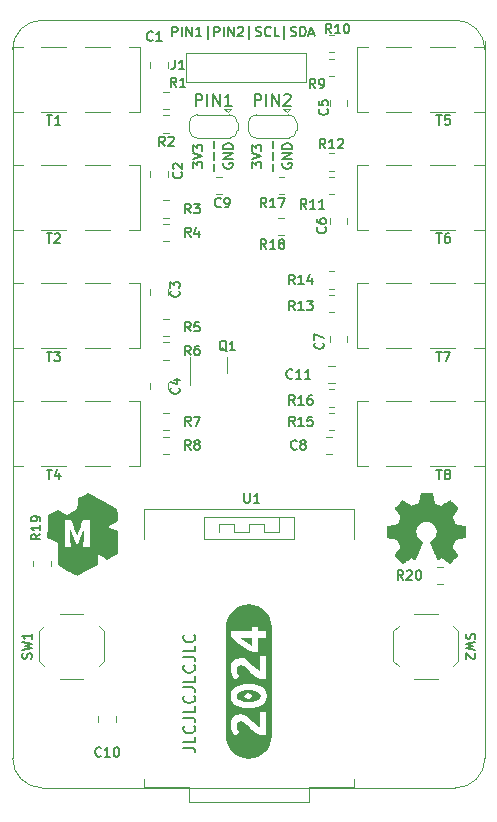
<source format=gbr>
G04 #@! TF.GenerationSoftware,KiCad,Pcbnew,6.0.10+dfsg-1~bpo11+1*
G04 #@! TF.ProjectId,project,70726f6a-6563-4742-9e6b-696361645f70,rev?*
G04 #@! TF.SameCoordinates,Original*
G04 #@! TF.FileFunction,Legend,Top*
G04 #@! TF.FilePolarity,Positive*
%FSLAX46Y46*%
G04 Gerber Fmt 4.6, Leading zero omitted, Abs format (unit mm)*
%MOMM*%
%LPD*%
G01*
G04 APERTURE LIST*
G04 #@! TA.AperFunction,Profile*
%ADD10C,0.100000*%
G04 #@! TD*
%ADD11C,0.150000*%
%ADD12C,0.120000*%
%ADD13C,0.010000*%
%ADD14C,1.552000*%
%ADD15C,5.600000*%
%ADD16C,1.700000*%
%ADD17R,1.000000X1.700000*%
%ADD18R,1.000000X1.500000*%
%ADD19C,2.200000*%
G04 APERTURE END LIST*
D10*
X167262500Y-129537500D02*
X167262500Y-69537500D01*
X164762500Y-67037500D02*
X129762500Y-67037500D01*
X164762500Y-132037500D02*
G75*
G03*
X167262500Y-129537500I0J2500000D01*
G01*
X127262500Y-129537500D02*
G75*
G03*
X129762500Y-132037500I2500000J0D01*
G01*
X167262500Y-69537500D02*
G75*
G03*
X164762500Y-67037500I-2500000J0D01*
G01*
X164762500Y-132037500D02*
X129762500Y-132037500D01*
X127262500Y-69537500D02*
X127262500Y-129537500D01*
X129762500Y-67037500D02*
G75*
G03*
X127262500Y-69537500I0J-2500000D01*
G01*
D11*
X147536404Y-79527976D02*
X147536404Y-79032738D01*
X147841166Y-79299404D01*
X147841166Y-79185119D01*
X147879261Y-79108928D01*
X147917357Y-79070833D01*
X147993547Y-79032738D01*
X148184023Y-79032738D01*
X148260214Y-79070833D01*
X148298309Y-79108928D01*
X148336404Y-79185119D01*
X148336404Y-79413690D01*
X148298309Y-79489880D01*
X148260214Y-79527976D01*
X147536404Y-78804166D02*
X148336404Y-78537500D01*
X147536404Y-78270833D01*
X147536404Y-78080357D02*
X147536404Y-77585119D01*
X147841166Y-77851785D01*
X147841166Y-77737500D01*
X147879261Y-77661309D01*
X147917357Y-77623214D01*
X147993547Y-77585119D01*
X148184023Y-77585119D01*
X148260214Y-77623214D01*
X148298309Y-77661309D01*
X148336404Y-77737500D01*
X148336404Y-77966071D01*
X148298309Y-78042261D01*
X148260214Y-78080357D01*
X149319642Y-79832738D02*
X149319642Y-79223214D01*
X149319642Y-78842261D02*
X149319642Y-78232738D01*
X149319642Y-77851785D02*
X149319642Y-77242261D01*
X150150500Y-79147023D02*
X150112404Y-79223214D01*
X150112404Y-79337500D01*
X150150500Y-79451785D01*
X150226690Y-79527976D01*
X150302880Y-79566071D01*
X150455261Y-79604166D01*
X150569547Y-79604166D01*
X150721928Y-79566071D01*
X150798119Y-79527976D01*
X150874309Y-79451785D01*
X150912404Y-79337500D01*
X150912404Y-79261309D01*
X150874309Y-79147023D01*
X150836214Y-79108928D01*
X150569547Y-79108928D01*
X150569547Y-79261309D01*
X150912404Y-78766071D02*
X150112404Y-78766071D01*
X150912404Y-78308928D01*
X150112404Y-78308928D01*
X150912404Y-77927976D02*
X150112404Y-77927976D01*
X150112404Y-77737500D01*
X150150500Y-77623214D01*
X150226690Y-77547023D01*
X150302880Y-77508928D01*
X150455261Y-77470833D01*
X150569547Y-77470833D01*
X150721928Y-77508928D01*
X150798119Y-77547023D01*
X150874309Y-77623214D01*
X150912404Y-77737500D01*
X150912404Y-77927976D01*
X142536404Y-79527976D02*
X142536404Y-79032738D01*
X142841166Y-79299404D01*
X142841166Y-79185119D01*
X142879261Y-79108928D01*
X142917357Y-79070833D01*
X142993547Y-79032738D01*
X143184023Y-79032738D01*
X143260214Y-79070833D01*
X143298309Y-79108928D01*
X143336404Y-79185119D01*
X143336404Y-79413690D01*
X143298309Y-79489880D01*
X143260214Y-79527976D01*
X142536404Y-78804166D02*
X143336404Y-78537500D01*
X142536404Y-78270833D01*
X142536404Y-78080357D02*
X142536404Y-77585119D01*
X142841166Y-77851785D01*
X142841166Y-77737500D01*
X142879261Y-77661309D01*
X142917357Y-77623214D01*
X142993547Y-77585119D01*
X143184023Y-77585119D01*
X143260214Y-77623214D01*
X143298309Y-77661309D01*
X143336404Y-77737500D01*
X143336404Y-77966071D01*
X143298309Y-78042261D01*
X143260214Y-78080357D01*
X144319642Y-79832738D02*
X144319642Y-79223214D01*
X144319642Y-78842261D02*
X144319642Y-78232738D01*
X144319642Y-77851785D02*
X144319642Y-77242261D01*
X145150500Y-79147023D02*
X145112404Y-79223214D01*
X145112404Y-79337500D01*
X145150500Y-79451785D01*
X145226690Y-79527976D01*
X145302880Y-79566071D01*
X145455261Y-79604166D01*
X145569547Y-79604166D01*
X145721928Y-79566071D01*
X145798119Y-79527976D01*
X145874309Y-79451785D01*
X145912404Y-79337500D01*
X145912404Y-79261309D01*
X145874309Y-79147023D01*
X145836214Y-79108928D01*
X145569547Y-79108928D01*
X145569547Y-79261309D01*
X145912404Y-78766071D02*
X145112404Y-78766071D01*
X145912404Y-78308928D01*
X145112404Y-78308928D01*
X145912404Y-77927976D02*
X145112404Y-77927976D01*
X145112404Y-77737500D01*
X145150500Y-77623214D01*
X145226690Y-77547023D01*
X145302880Y-77508928D01*
X145455261Y-77470833D01*
X145569547Y-77470833D01*
X145721928Y-77508928D01*
X145798119Y-77547023D01*
X145874309Y-77623214D01*
X145912404Y-77737500D01*
X145912404Y-77927976D01*
X141714880Y-128656547D02*
X142429166Y-128656547D01*
X142572023Y-128704166D01*
X142667261Y-128799404D01*
X142714880Y-128942261D01*
X142714880Y-129037500D01*
X142714880Y-127704166D02*
X142714880Y-128180357D01*
X141714880Y-128180357D01*
X142619642Y-126799404D02*
X142667261Y-126847023D01*
X142714880Y-126989880D01*
X142714880Y-127085119D01*
X142667261Y-127227976D01*
X142572023Y-127323214D01*
X142476785Y-127370833D01*
X142286309Y-127418452D01*
X142143452Y-127418452D01*
X141952976Y-127370833D01*
X141857738Y-127323214D01*
X141762500Y-127227976D01*
X141714880Y-127085119D01*
X141714880Y-126989880D01*
X141762500Y-126847023D01*
X141810119Y-126799404D01*
X141714880Y-126085119D02*
X142429166Y-126085119D01*
X142572023Y-126132738D01*
X142667261Y-126227976D01*
X142714880Y-126370833D01*
X142714880Y-126466071D01*
X142714880Y-125132738D02*
X142714880Y-125608928D01*
X141714880Y-125608928D01*
X142619642Y-124227976D02*
X142667261Y-124275595D01*
X142714880Y-124418452D01*
X142714880Y-124513690D01*
X142667261Y-124656547D01*
X142572023Y-124751785D01*
X142476785Y-124799404D01*
X142286309Y-124847023D01*
X142143452Y-124847023D01*
X141952976Y-124799404D01*
X141857738Y-124751785D01*
X141762500Y-124656547D01*
X141714880Y-124513690D01*
X141714880Y-124418452D01*
X141762500Y-124275595D01*
X141810119Y-124227976D01*
X141714880Y-123513690D02*
X142429166Y-123513690D01*
X142572023Y-123561309D01*
X142667261Y-123656547D01*
X142714880Y-123799404D01*
X142714880Y-123894642D01*
X142714880Y-122561309D02*
X142714880Y-123037500D01*
X141714880Y-123037500D01*
X142619642Y-121656547D02*
X142667261Y-121704166D01*
X142714880Y-121847023D01*
X142714880Y-121942261D01*
X142667261Y-122085119D01*
X142572023Y-122180357D01*
X142476785Y-122227976D01*
X142286309Y-122275595D01*
X142143452Y-122275595D01*
X141952976Y-122227976D01*
X141857738Y-122180357D01*
X141762500Y-122085119D01*
X141714880Y-121942261D01*
X141714880Y-121847023D01*
X141762500Y-121704166D01*
X141810119Y-121656547D01*
X141714880Y-120942261D02*
X142429166Y-120942261D01*
X142572023Y-120989880D01*
X142667261Y-121085119D01*
X142714880Y-121227976D01*
X142714880Y-121323214D01*
X142714880Y-119989880D02*
X142714880Y-120466071D01*
X141714880Y-120466071D01*
X142619642Y-119085119D02*
X142667261Y-119132738D01*
X142714880Y-119275595D01*
X142714880Y-119370833D01*
X142667261Y-119513690D01*
X142572023Y-119608928D01*
X142476785Y-119656547D01*
X142286309Y-119704166D01*
X142143452Y-119704166D01*
X141952976Y-119656547D01*
X141857738Y-119608928D01*
X141762500Y-119513690D01*
X141714880Y-119370833D01*
X141714880Y-119275595D01*
X141762500Y-119132738D01*
X141810119Y-119085119D01*
X140800595Y-68399404D02*
X140800595Y-67599404D01*
X141105357Y-67599404D01*
X141181547Y-67637500D01*
X141219642Y-67675595D01*
X141257738Y-67751785D01*
X141257738Y-67866071D01*
X141219642Y-67942261D01*
X141181547Y-67980357D01*
X141105357Y-68018452D01*
X140800595Y-68018452D01*
X141600595Y-68399404D02*
X141600595Y-67599404D01*
X141981547Y-68399404D02*
X141981547Y-67599404D01*
X142438690Y-68399404D01*
X142438690Y-67599404D01*
X143238690Y-68399404D02*
X142781547Y-68399404D01*
X143010119Y-68399404D02*
X143010119Y-67599404D01*
X142933928Y-67713690D01*
X142857738Y-67789880D01*
X142781547Y-67827976D01*
X143772023Y-68666071D02*
X143772023Y-67523214D01*
X144343452Y-68399404D02*
X144343452Y-67599404D01*
X144648214Y-67599404D01*
X144724404Y-67637500D01*
X144762500Y-67675595D01*
X144800595Y-67751785D01*
X144800595Y-67866071D01*
X144762500Y-67942261D01*
X144724404Y-67980357D01*
X144648214Y-68018452D01*
X144343452Y-68018452D01*
X145143452Y-68399404D02*
X145143452Y-67599404D01*
X145524404Y-68399404D02*
X145524404Y-67599404D01*
X145981547Y-68399404D01*
X145981547Y-67599404D01*
X146324404Y-67675595D02*
X146362500Y-67637500D01*
X146438690Y-67599404D01*
X146629166Y-67599404D01*
X146705357Y-67637500D01*
X146743452Y-67675595D01*
X146781547Y-67751785D01*
X146781547Y-67827976D01*
X146743452Y-67942261D01*
X146286309Y-68399404D01*
X146781547Y-68399404D01*
X147314880Y-68666071D02*
X147314880Y-67523214D01*
X147848214Y-68361309D02*
X147962500Y-68399404D01*
X148152976Y-68399404D01*
X148229166Y-68361309D01*
X148267261Y-68323214D01*
X148305357Y-68247023D01*
X148305357Y-68170833D01*
X148267261Y-68094642D01*
X148229166Y-68056547D01*
X148152976Y-68018452D01*
X148000595Y-67980357D01*
X147924404Y-67942261D01*
X147886309Y-67904166D01*
X147848214Y-67827976D01*
X147848214Y-67751785D01*
X147886309Y-67675595D01*
X147924404Y-67637500D01*
X148000595Y-67599404D01*
X148191071Y-67599404D01*
X148305357Y-67637500D01*
X149105357Y-68323214D02*
X149067261Y-68361309D01*
X148952976Y-68399404D01*
X148876785Y-68399404D01*
X148762500Y-68361309D01*
X148686309Y-68285119D01*
X148648214Y-68208928D01*
X148610119Y-68056547D01*
X148610119Y-67942261D01*
X148648214Y-67789880D01*
X148686309Y-67713690D01*
X148762500Y-67637500D01*
X148876785Y-67599404D01*
X148952976Y-67599404D01*
X149067261Y-67637500D01*
X149105357Y-67675595D01*
X149829166Y-68399404D02*
X149448214Y-68399404D01*
X149448214Y-67599404D01*
X150286309Y-68666071D02*
X150286309Y-67523214D01*
X150819642Y-68361309D02*
X150933928Y-68399404D01*
X151124404Y-68399404D01*
X151200595Y-68361309D01*
X151238690Y-68323214D01*
X151276785Y-68247023D01*
X151276785Y-68170833D01*
X151238690Y-68094642D01*
X151200595Y-68056547D01*
X151124404Y-68018452D01*
X150972023Y-67980357D01*
X150895833Y-67942261D01*
X150857738Y-67904166D01*
X150819642Y-67827976D01*
X150819642Y-67751785D01*
X150857738Y-67675595D01*
X150895833Y-67637500D01*
X150972023Y-67599404D01*
X151162500Y-67599404D01*
X151276785Y-67637500D01*
X151619642Y-68399404D02*
X151619642Y-67599404D01*
X151810119Y-67599404D01*
X151924404Y-67637500D01*
X152000595Y-67713690D01*
X152038690Y-67789880D01*
X152076785Y-67942261D01*
X152076785Y-68056547D01*
X152038690Y-68208928D01*
X152000595Y-68285119D01*
X151924404Y-68361309D01*
X151810119Y-68399404D01*
X151619642Y-68399404D01*
X152381547Y-68170833D02*
X152762500Y-68170833D01*
X152305357Y-68399404D02*
X152572023Y-67599404D01*
X152838690Y-68399404D01*
X151329166Y-103323214D02*
X151291071Y-103361309D01*
X151176785Y-103399404D01*
X151100595Y-103399404D01*
X150986309Y-103361309D01*
X150910119Y-103285119D01*
X150872023Y-103208928D01*
X150833928Y-103056547D01*
X150833928Y-102942261D01*
X150872023Y-102789880D01*
X150910119Y-102713690D01*
X150986309Y-102637500D01*
X151100595Y-102599404D01*
X151176785Y-102599404D01*
X151291071Y-102637500D01*
X151329166Y-102675595D01*
X151786309Y-102942261D02*
X151710119Y-102904166D01*
X151672023Y-102866071D01*
X151633928Y-102789880D01*
X151633928Y-102751785D01*
X151672023Y-102675595D01*
X151710119Y-102637500D01*
X151786309Y-102599404D01*
X151938690Y-102599404D01*
X152014880Y-102637500D01*
X152052976Y-102675595D01*
X152091071Y-102751785D01*
X152091071Y-102789880D01*
X152052976Y-102866071D01*
X152014880Y-102904166D01*
X151938690Y-102942261D01*
X151786309Y-102942261D01*
X151710119Y-102980357D01*
X151672023Y-103018452D01*
X151633928Y-103094642D01*
X151633928Y-103247023D01*
X151672023Y-103323214D01*
X151710119Y-103361309D01*
X151786309Y-103399404D01*
X151938690Y-103399404D01*
X152014880Y-103361309D01*
X152052976Y-103323214D01*
X152091071Y-103247023D01*
X152091071Y-103094642D01*
X152052976Y-103018452D01*
X152014880Y-102980357D01*
X151938690Y-102942261D01*
X129624404Y-110551785D02*
X129243452Y-110818452D01*
X129624404Y-111008928D02*
X128824404Y-111008928D01*
X128824404Y-110704166D01*
X128862500Y-110627976D01*
X128900595Y-110589880D01*
X128976785Y-110551785D01*
X129091071Y-110551785D01*
X129167261Y-110589880D01*
X129205357Y-110627976D01*
X129243452Y-110704166D01*
X129243452Y-111008928D01*
X129624404Y-109789880D02*
X129624404Y-110247023D01*
X129624404Y-110018452D02*
X128824404Y-110018452D01*
X128938690Y-110094642D01*
X129014880Y-110170833D01*
X129052976Y-110247023D01*
X129624404Y-109408928D02*
X129624404Y-109256547D01*
X129586309Y-109180357D01*
X129548214Y-109142261D01*
X129433928Y-109066071D01*
X129281547Y-109027976D01*
X128976785Y-109027976D01*
X128900595Y-109066071D01*
X128862500Y-109104166D01*
X128824404Y-109180357D01*
X128824404Y-109332738D01*
X128862500Y-109408928D01*
X128900595Y-109447023D01*
X128976785Y-109485119D01*
X129167261Y-109485119D01*
X129243452Y-109447023D01*
X129281547Y-109408928D01*
X129319642Y-109332738D01*
X129319642Y-109180357D01*
X129281547Y-109104166D01*
X129243452Y-109066071D01*
X129167261Y-109027976D01*
X134748214Y-129323214D02*
X134710119Y-129361309D01*
X134595833Y-129399404D01*
X134519642Y-129399404D01*
X134405357Y-129361309D01*
X134329166Y-129285119D01*
X134291071Y-129208928D01*
X134252976Y-129056547D01*
X134252976Y-128942261D01*
X134291071Y-128789880D01*
X134329166Y-128713690D01*
X134405357Y-128637500D01*
X134519642Y-128599404D01*
X134595833Y-128599404D01*
X134710119Y-128637500D01*
X134748214Y-128675595D01*
X135510119Y-129399404D02*
X135052976Y-129399404D01*
X135281547Y-129399404D02*
X135281547Y-128599404D01*
X135205357Y-128713690D01*
X135129166Y-128789880D01*
X135052976Y-128827976D01*
X136005357Y-128599404D02*
X136081547Y-128599404D01*
X136157738Y-128637500D01*
X136195833Y-128675595D01*
X136233928Y-128751785D01*
X136272023Y-128904166D01*
X136272023Y-129094642D01*
X136233928Y-129247023D01*
X136195833Y-129323214D01*
X136157738Y-129361309D01*
X136081547Y-129399404D01*
X136005357Y-129399404D01*
X135929166Y-129361309D01*
X135891071Y-129323214D01*
X135852976Y-129247023D01*
X135814880Y-129094642D01*
X135814880Y-128904166D01*
X135852976Y-128751785D01*
X135891071Y-128675595D01*
X135929166Y-128637500D01*
X136005357Y-128599404D01*
X142329166Y-93399404D02*
X142062500Y-93018452D01*
X141872023Y-93399404D02*
X141872023Y-92599404D01*
X142176785Y-92599404D01*
X142252976Y-92637500D01*
X142291071Y-92675595D01*
X142329166Y-92751785D01*
X142329166Y-92866071D01*
X142291071Y-92942261D01*
X142252976Y-92980357D01*
X142176785Y-93018452D01*
X141872023Y-93018452D01*
X143052976Y-92599404D02*
X142672023Y-92599404D01*
X142633928Y-92980357D01*
X142672023Y-92942261D01*
X142748214Y-92904166D01*
X142938690Y-92904166D01*
X143014880Y-92942261D01*
X143052976Y-92980357D01*
X143091071Y-93056547D01*
X143091071Y-93247023D01*
X143052976Y-93323214D01*
X143014880Y-93361309D01*
X142938690Y-93399404D01*
X142748214Y-93399404D01*
X142672023Y-93361309D01*
X142633928Y-93323214D01*
X151148214Y-101399404D02*
X150881547Y-101018452D01*
X150691071Y-101399404D02*
X150691071Y-100599404D01*
X150995833Y-100599404D01*
X151072023Y-100637500D01*
X151110119Y-100675595D01*
X151148214Y-100751785D01*
X151148214Y-100866071D01*
X151110119Y-100942261D01*
X151072023Y-100980357D01*
X150995833Y-101018452D01*
X150691071Y-101018452D01*
X151910119Y-101399404D02*
X151452976Y-101399404D01*
X151681547Y-101399404D02*
X151681547Y-100599404D01*
X151605357Y-100713690D01*
X151529166Y-100789880D01*
X151452976Y-100827976D01*
X152633928Y-100599404D02*
X152252976Y-100599404D01*
X152214880Y-100980357D01*
X152252976Y-100942261D01*
X152329166Y-100904166D01*
X152519642Y-100904166D01*
X152595833Y-100942261D01*
X152633928Y-100980357D01*
X152672023Y-101056547D01*
X152672023Y-101247023D01*
X152633928Y-101323214D01*
X152595833Y-101361309D01*
X152519642Y-101399404D01*
X152329166Y-101399404D01*
X152252976Y-101361309D01*
X152214880Y-101323214D01*
X142329166Y-95399404D02*
X142062500Y-95018452D01*
X141872023Y-95399404D02*
X141872023Y-94599404D01*
X142176785Y-94599404D01*
X142252976Y-94637500D01*
X142291071Y-94675595D01*
X142329166Y-94751785D01*
X142329166Y-94866071D01*
X142291071Y-94942261D01*
X142252976Y-94980357D01*
X142176785Y-95018452D01*
X141872023Y-95018452D01*
X143014880Y-94599404D02*
X142862500Y-94599404D01*
X142786309Y-94637500D01*
X142748214Y-94675595D01*
X142672023Y-94789880D01*
X142633928Y-94942261D01*
X142633928Y-95247023D01*
X142672023Y-95323214D01*
X142710119Y-95361309D01*
X142786309Y-95399404D01*
X142938690Y-95399404D01*
X143014880Y-95361309D01*
X143052976Y-95323214D01*
X143091071Y-95247023D01*
X143091071Y-95056547D01*
X143052976Y-94980357D01*
X143014880Y-94942261D01*
X142938690Y-94904166D01*
X142786309Y-94904166D01*
X142710119Y-94942261D01*
X142672023Y-94980357D01*
X142633928Y-95056547D01*
X152879166Y-72799404D02*
X152612500Y-72418452D01*
X152422023Y-72799404D02*
X152422023Y-71999404D01*
X152726785Y-71999404D01*
X152802976Y-72037500D01*
X152841071Y-72075595D01*
X152879166Y-72151785D01*
X152879166Y-72266071D01*
X152841071Y-72342261D01*
X152802976Y-72380357D01*
X152726785Y-72418452D01*
X152422023Y-72418452D01*
X153260119Y-72799404D02*
X153412500Y-72799404D01*
X153488690Y-72761309D01*
X153526785Y-72723214D01*
X153602976Y-72608928D01*
X153641071Y-72456547D01*
X153641071Y-72151785D01*
X153602976Y-72075595D01*
X153564880Y-72037500D01*
X153488690Y-71999404D01*
X153336309Y-71999404D01*
X153260119Y-72037500D01*
X153222023Y-72075595D01*
X153183928Y-72151785D01*
X153183928Y-72342261D01*
X153222023Y-72418452D01*
X153260119Y-72456547D01*
X153336309Y-72494642D01*
X153488690Y-72494642D01*
X153564880Y-72456547D01*
X153602976Y-72418452D01*
X153641071Y-72342261D01*
X153748214Y-84570833D02*
X153786309Y-84608928D01*
X153824404Y-84723214D01*
X153824404Y-84799404D01*
X153786309Y-84913690D01*
X153710119Y-84989880D01*
X153633928Y-85027976D01*
X153481547Y-85066071D01*
X153367261Y-85066071D01*
X153214880Y-85027976D01*
X153138690Y-84989880D01*
X153062500Y-84913690D01*
X153024404Y-84799404D01*
X153024404Y-84723214D01*
X153062500Y-84608928D01*
X153100595Y-84570833D01*
X153024404Y-83885119D02*
X153024404Y-84037500D01*
X153062500Y-84113690D01*
X153100595Y-84151785D01*
X153214880Y-84227976D01*
X153367261Y-84266071D01*
X153672023Y-84266071D01*
X153748214Y-84227976D01*
X153786309Y-84189880D01*
X153824404Y-84113690D01*
X153824404Y-83961309D01*
X153786309Y-83885119D01*
X153748214Y-83847023D01*
X153672023Y-83808928D01*
X153481547Y-83808928D01*
X153405357Y-83847023D01*
X153367261Y-83885119D01*
X153329166Y-83961309D01*
X153329166Y-84113690D01*
X153367261Y-84189880D01*
X153405357Y-84227976D01*
X153481547Y-84266071D01*
X142329166Y-85399404D02*
X142062500Y-85018452D01*
X141872023Y-85399404D02*
X141872023Y-84599404D01*
X142176785Y-84599404D01*
X142252976Y-84637500D01*
X142291071Y-84675595D01*
X142329166Y-84751785D01*
X142329166Y-84866071D01*
X142291071Y-84942261D01*
X142252976Y-84980357D01*
X142176785Y-85018452D01*
X141872023Y-85018452D01*
X143014880Y-84866071D02*
X143014880Y-85399404D01*
X142824404Y-84561309D02*
X142633928Y-85132738D01*
X143129166Y-85132738D01*
X146897976Y-107099404D02*
X146897976Y-107747023D01*
X146936071Y-107823214D01*
X146974166Y-107861309D01*
X147050357Y-107899404D01*
X147202738Y-107899404D01*
X147278928Y-107861309D01*
X147317023Y-107823214D01*
X147355119Y-107747023D01*
X147355119Y-107099404D01*
X148155119Y-107899404D02*
X147697976Y-107899404D01*
X147926547Y-107899404D02*
X147926547Y-107099404D01*
X147850357Y-107213690D01*
X147774166Y-107289880D01*
X147697976Y-107327976D01*
X151148214Y-89399404D02*
X150881547Y-89018452D01*
X150691071Y-89399404D02*
X150691071Y-88599404D01*
X150995833Y-88599404D01*
X151072023Y-88637500D01*
X151110119Y-88675595D01*
X151148214Y-88751785D01*
X151148214Y-88866071D01*
X151110119Y-88942261D01*
X151072023Y-88980357D01*
X150995833Y-89018452D01*
X150691071Y-89018452D01*
X151910119Y-89399404D02*
X151452976Y-89399404D01*
X151681547Y-89399404D02*
X151681547Y-88599404D01*
X151605357Y-88713690D01*
X151529166Y-88789880D01*
X151452976Y-88827976D01*
X152595833Y-88866071D02*
X152595833Y-89399404D01*
X152405357Y-88561309D02*
X152214880Y-89132738D01*
X152710119Y-89132738D01*
X142329166Y-101399404D02*
X142062500Y-101018452D01*
X141872023Y-101399404D02*
X141872023Y-100599404D01*
X142176785Y-100599404D01*
X142252976Y-100637500D01*
X142291071Y-100675595D01*
X142329166Y-100751785D01*
X142329166Y-100866071D01*
X142291071Y-100942261D01*
X142252976Y-100980357D01*
X142176785Y-101018452D01*
X141872023Y-101018452D01*
X142595833Y-100599404D02*
X143129166Y-100599404D01*
X142786309Y-101399404D01*
X152148214Y-82999404D02*
X151881547Y-82618452D01*
X151691071Y-82999404D02*
X151691071Y-82199404D01*
X151995833Y-82199404D01*
X152072023Y-82237500D01*
X152110119Y-82275595D01*
X152148214Y-82351785D01*
X152148214Y-82466071D01*
X152110119Y-82542261D01*
X152072023Y-82580357D01*
X151995833Y-82618452D01*
X151691071Y-82618452D01*
X152910119Y-82999404D02*
X152452976Y-82999404D01*
X152681547Y-82999404D02*
X152681547Y-82199404D01*
X152605357Y-82313690D01*
X152529166Y-82389880D01*
X152452976Y-82427976D01*
X153672023Y-82999404D02*
X153214880Y-82999404D01*
X153443452Y-82999404D02*
X153443452Y-82199404D01*
X153367261Y-82313690D01*
X153291071Y-82389880D01*
X153214880Y-82427976D01*
X163152976Y-95099404D02*
X163610119Y-95099404D01*
X163381547Y-95899404D02*
X163381547Y-95099404D01*
X163800595Y-95099404D02*
X164333928Y-95099404D01*
X163991071Y-95899404D01*
X130152976Y-85099404D02*
X130610119Y-85099404D01*
X130381547Y-85899404D02*
X130381547Y-85099404D01*
X130838690Y-85175595D02*
X130876785Y-85137500D01*
X130952976Y-85099404D01*
X131143452Y-85099404D01*
X131219642Y-85137500D01*
X131257738Y-85175595D01*
X131295833Y-85251785D01*
X131295833Y-85327976D01*
X131257738Y-85442261D01*
X130800595Y-85899404D01*
X131295833Y-85899404D01*
X163152976Y-75099404D02*
X163610119Y-75099404D01*
X163381547Y-75899404D02*
X163381547Y-75099404D01*
X164257738Y-75099404D02*
X163876785Y-75099404D01*
X163838690Y-75480357D01*
X163876785Y-75442261D01*
X163952976Y-75404166D01*
X164143452Y-75404166D01*
X164219642Y-75442261D01*
X164257738Y-75480357D01*
X164295833Y-75556547D01*
X164295833Y-75747023D01*
X164257738Y-75823214D01*
X164219642Y-75861309D01*
X164143452Y-75899404D01*
X163952976Y-75899404D01*
X163876785Y-75861309D01*
X163838690Y-75823214D01*
X160348214Y-114399404D02*
X160081547Y-114018452D01*
X159891071Y-114399404D02*
X159891071Y-113599404D01*
X160195833Y-113599404D01*
X160272023Y-113637500D01*
X160310119Y-113675595D01*
X160348214Y-113751785D01*
X160348214Y-113866071D01*
X160310119Y-113942261D01*
X160272023Y-113980357D01*
X160195833Y-114018452D01*
X159891071Y-114018452D01*
X160652976Y-113675595D02*
X160691071Y-113637500D01*
X160767261Y-113599404D01*
X160957738Y-113599404D01*
X161033928Y-113637500D01*
X161072023Y-113675595D01*
X161110119Y-113751785D01*
X161110119Y-113827976D01*
X161072023Y-113942261D01*
X160614880Y-114399404D01*
X161110119Y-114399404D01*
X161605357Y-113599404D02*
X161681547Y-113599404D01*
X161757738Y-113637500D01*
X161795833Y-113675595D01*
X161833928Y-113751785D01*
X161872023Y-113904166D01*
X161872023Y-114094642D01*
X161833928Y-114247023D01*
X161795833Y-114323214D01*
X161757738Y-114361309D01*
X161681547Y-114399404D01*
X161605357Y-114399404D01*
X161529166Y-114361309D01*
X161491071Y-114323214D01*
X161452976Y-114247023D01*
X161414880Y-114094642D01*
X161414880Y-113904166D01*
X161452976Y-113751785D01*
X161491071Y-113675595D01*
X161529166Y-113637500D01*
X161605357Y-113599404D01*
X153748214Y-77899404D02*
X153481547Y-77518452D01*
X153291071Y-77899404D02*
X153291071Y-77099404D01*
X153595833Y-77099404D01*
X153672023Y-77137500D01*
X153710119Y-77175595D01*
X153748214Y-77251785D01*
X153748214Y-77366071D01*
X153710119Y-77442261D01*
X153672023Y-77480357D01*
X153595833Y-77518452D01*
X153291071Y-77518452D01*
X154510119Y-77899404D02*
X154052976Y-77899404D01*
X154281547Y-77899404D02*
X154281547Y-77099404D01*
X154205357Y-77213690D01*
X154129166Y-77289880D01*
X154052976Y-77327976D01*
X154814880Y-77175595D02*
X154852976Y-77137500D01*
X154929166Y-77099404D01*
X155119642Y-77099404D01*
X155195833Y-77137500D01*
X155233928Y-77175595D01*
X155272023Y-77251785D01*
X155272023Y-77327976D01*
X155233928Y-77442261D01*
X154776785Y-77899404D01*
X155272023Y-77899404D01*
X141348214Y-89970833D02*
X141386309Y-90008928D01*
X141424404Y-90123214D01*
X141424404Y-90199404D01*
X141386309Y-90313690D01*
X141310119Y-90389880D01*
X141233928Y-90427976D01*
X141081547Y-90466071D01*
X140967261Y-90466071D01*
X140814880Y-90427976D01*
X140738690Y-90389880D01*
X140662500Y-90313690D01*
X140624404Y-90199404D01*
X140624404Y-90123214D01*
X140662500Y-90008928D01*
X140700595Y-89970833D01*
X140624404Y-89704166D02*
X140624404Y-89208928D01*
X140929166Y-89475595D01*
X140929166Y-89361309D01*
X140967261Y-89285119D01*
X141005357Y-89247023D01*
X141081547Y-89208928D01*
X141272023Y-89208928D01*
X141348214Y-89247023D01*
X141386309Y-89285119D01*
X141424404Y-89361309D01*
X141424404Y-89589880D01*
X141386309Y-89666071D01*
X141348214Y-89704166D01*
X141548214Y-79909581D02*
X141586309Y-79947676D01*
X141624404Y-80061962D01*
X141624404Y-80138152D01*
X141586309Y-80252438D01*
X141510119Y-80328628D01*
X141433928Y-80366724D01*
X141281547Y-80404819D01*
X141167261Y-80404819D01*
X141014880Y-80366724D01*
X140938690Y-80328628D01*
X140862500Y-80252438D01*
X140824404Y-80138152D01*
X140824404Y-80061962D01*
X140862500Y-79947676D01*
X140900595Y-79909581D01*
X140900595Y-79604819D02*
X140862500Y-79566724D01*
X140824404Y-79490533D01*
X140824404Y-79300057D01*
X140862500Y-79223867D01*
X140900595Y-79185771D01*
X140976785Y-79147676D01*
X141052976Y-79147676D01*
X141167261Y-79185771D01*
X141624404Y-79642914D01*
X141624404Y-79147676D01*
X128836309Y-121104166D02*
X128874404Y-120989880D01*
X128874404Y-120799404D01*
X128836309Y-120723214D01*
X128798214Y-120685119D01*
X128722023Y-120647023D01*
X128645833Y-120647023D01*
X128569642Y-120685119D01*
X128531547Y-120723214D01*
X128493452Y-120799404D01*
X128455357Y-120951785D01*
X128417261Y-121027976D01*
X128379166Y-121066071D01*
X128302976Y-121104166D01*
X128226785Y-121104166D01*
X128150595Y-121066071D01*
X128112500Y-121027976D01*
X128074404Y-120951785D01*
X128074404Y-120761309D01*
X128112500Y-120647023D01*
X128074404Y-120380357D02*
X128874404Y-120189880D01*
X128302976Y-120037500D01*
X128874404Y-119885119D01*
X128074404Y-119694642D01*
X128874404Y-118970833D02*
X128874404Y-119427976D01*
X128874404Y-119199404D02*
X128074404Y-119199404D01*
X128188690Y-119275595D01*
X128264880Y-119351785D01*
X128302976Y-119427976D01*
X153548214Y-94370833D02*
X153586309Y-94408928D01*
X153624404Y-94523214D01*
X153624404Y-94599404D01*
X153586309Y-94713690D01*
X153510119Y-94789880D01*
X153433928Y-94827976D01*
X153281547Y-94866071D01*
X153167261Y-94866071D01*
X153014880Y-94827976D01*
X152938690Y-94789880D01*
X152862500Y-94713690D01*
X152824404Y-94599404D01*
X152824404Y-94523214D01*
X152862500Y-94408928D01*
X152900595Y-94370833D01*
X152824404Y-94104166D02*
X152824404Y-93570833D01*
X153624404Y-93913690D01*
X165688690Y-118970833D02*
X165650595Y-119085119D01*
X165650595Y-119275595D01*
X165688690Y-119351785D01*
X165726785Y-119389880D01*
X165802976Y-119427976D01*
X165879166Y-119427976D01*
X165955357Y-119389880D01*
X165993452Y-119351785D01*
X166031547Y-119275595D01*
X166069642Y-119123214D01*
X166107738Y-119047023D01*
X166145833Y-119008928D01*
X166222023Y-118970833D01*
X166298214Y-118970833D01*
X166374404Y-119008928D01*
X166412500Y-119047023D01*
X166450595Y-119123214D01*
X166450595Y-119313690D01*
X166412500Y-119427976D01*
X166450595Y-119694642D02*
X165650595Y-119885119D01*
X166222023Y-120037500D01*
X165650595Y-120189880D01*
X166450595Y-120380357D01*
X166374404Y-120647023D02*
X166412500Y-120685119D01*
X166450595Y-120761309D01*
X166450595Y-120951785D01*
X166412500Y-121027976D01*
X166374404Y-121066071D01*
X166298214Y-121104166D01*
X166222023Y-121104166D01*
X166107738Y-121066071D01*
X165650595Y-120608928D01*
X165650595Y-121104166D01*
X139129166Y-68723214D02*
X139091071Y-68761309D01*
X138976785Y-68799404D01*
X138900595Y-68799404D01*
X138786309Y-68761309D01*
X138710119Y-68685119D01*
X138672023Y-68608928D01*
X138633928Y-68456547D01*
X138633928Y-68342261D01*
X138672023Y-68189880D01*
X138710119Y-68113690D01*
X138786309Y-68037500D01*
X138900595Y-67999404D01*
X138976785Y-67999404D01*
X139091071Y-68037500D01*
X139129166Y-68075595D01*
X139891071Y-68799404D02*
X139433928Y-68799404D01*
X139662500Y-68799404D02*
X139662500Y-67999404D01*
X139586309Y-68113690D01*
X139510119Y-68189880D01*
X139433928Y-68227976D01*
X163152976Y-105099404D02*
X163610119Y-105099404D01*
X163381547Y-105899404D02*
X163381547Y-105099404D01*
X163991071Y-105442261D02*
X163914880Y-105404166D01*
X163876785Y-105366071D01*
X163838690Y-105289880D01*
X163838690Y-105251785D01*
X163876785Y-105175595D01*
X163914880Y-105137500D01*
X163991071Y-105099404D01*
X164143452Y-105099404D01*
X164219642Y-105137500D01*
X164257738Y-105175595D01*
X164295833Y-105251785D01*
X164295833Y-105289880D01*
X164257738Y-105366071D01*
X164219642Y-105404166D01*
X164143452Y-105442261D01*
X163991071Y-105442261D01*
X163914880Y-105480357D01*
X163876785Y-105518452D01*
X163838690Y-105594642D01*
X163838690Y-105747023D01*
X163876785Y-105823214D01*
X163914880Y-105861309D01*
X163991071Y-105899404D01*
X164143452Y-105899404D01*
X164219642Y-105861309D01*
X164257738Y-105823214D01*
X164295833Y-105747023D01*
X164295833Y-105594642D01*
X164257738Y-105518452D01*
X164219642Y-105480357D01*
X164143452Y-105442261D01*
X145386309Y-95075595D02*
X145310119Y-95037500D01*
X145233928Y-94961309D01*
X145119642Y-94847023D01*
X145043452Y-94808928D01*
X144967261Y-94808928D01*
X145005357Y-94999404D02*
X144929166Y-94961309D01*
X144852976Y-94885119D01*
X144814880Y-94732738D01*
X144814880Y-94466071D01*
X144852976Y-94313690D01*
X144929166Y-94237500D01*
X145005357Y-94199404D01*
X145157738Y-94199404D01*
X145233928Y-94237500D01*
X145310119Y-94313690D01*
X145348214Y-94466071D01*
X145348214Y-94732738D01*
X145310119Y-94885119D01*
X145233928Y-94961309D01*
X145157738Y-94999404D01*
X145005357Y-94999404D01*
X146110119Y-94999404D02*
X145652976Y-94999404D01*
X145881547Y-94999404D02*
X145881547Y-94199404D01*
X145805357Y-94313690D01*
X145729166Y-94389880D01*
X145652976Y-94427976D01*
X148748214Y-82899404D02*
X148481547Y-82518452D01*
X148291071Y-82899404D02*
X148291071Y-82099404D01*
X148595833Y-82099404D01*
X148672023Y-82137500D01*
X148710119Y-82175595D01*
X148748214Y-82251785D01*
X148748214Y-82366071D01*
X148710119Y-82442261D01*
X148672023Y-82480357D01*
X148595833Y-82518452D01*
X148291071Y-82518452D01*
X149510119Y-82899404D02*
X149052976Y-82899404D01*
X149281547Y-82899404D02*
X149281547Y-82099404D01*
X149205357Y-82213690D01*
X149129166Y-82289880D01*
X149052976Y-82327976D01*
X149776785Y-82099404D02*
X150310119Y-82099404D01*
X149967261Y-82899404D01*
X151148214Y-99599404D02*
X150881547Y-99218452D01*
X150691071Y-99599404D02*
X150691071Y-98799404D01*
X150995833Y-98799404D01*
X151072023Y-98837500D01*
X151110119Y-98875595D01*
X151148214Y-98951785D01*
X151148214Y-99066071D01*
X151110119Y-99142261D01*
X151072023Y-99180357D01*
X150995833Y-99218452D01*
X150691071Y-99218452D01*
X151910119Y-99599404D02*
X151452976Y-99599404D01*
X151681547Y-99599404D02*
X151681547Y-98799404D01*
X151605357Y-98913690D01*
X151529166Y-98989880D01*
X151452976Y-99027976D01*
X152595833Y-98799404D02*
X152443452Y-98799404D01*
X152367261Y-98837500D01*
X152329166Y-98875595D01*
X152252976Y-98989880D01*
X152214880Y-99142261D01*
X152214880Y-99447023D01*
X152252976Y-99523214D01*
X152291071Y-99561309D01*
X152367261Y-99599404D01*
X152519642Y-99599404D01*
X152595833Y-99561309D01*
X152633928Y-99523214D01*
X152672023Y-99447023D01*
X152672023Y-99256547D01*
X152633928Y-99180357D01*
X152595833Y-99142261D01*
X152519642Y-99104166D01*
X152367261Y-99104166D01*
X152291071Y-99142261D01*
X152252976Y-99180357D01*
X152214880Y-99256547D01*
X130152976Y-105099404D02*
X130610119Y-105099404D01*
X130381547Y-105899404D02*
X130381547Y-105099404D01*
X131219642Y-105366071D02*
X131219642Y-105899404D01*
X131029166Y-105061309D02*
X130838690Y-105632738D01*
X131333928Y-105632738D01*
X163152976Y-85099404D02*
X163610119Y-85099404D01*
X163381547Y-85899404D02*
X163381547Y-85099404D01*
X164219642Y-85099404D02*
X164067261Y-85099404D01*
X163991071Y-85137500D01*
X163952976Y-85175595D01*
X163876785Y-85289880D01*
X163838690Y-85442261D01*
X163838690Y-85747023D01*
X163876785Y-85823214D01*
X163914880Y-85861309D01*
X163991071Y-85899404D01*
X164143452Y-85899404D01*
X164219642Y-85861309D01*
X164257738Y-85823214D01*
X164295833Y-85747023D01*
X164295833Y-85556547D01*
X164257738Y-85480357D01*
X164219642Y-85442261D01*
X164143452Y-85404166D01*
X163991071Y-85404166D01*
X163914880Y-85442261D01*
X163876785Y-85480357D01*
X163838690Y-85556547D01*
X151148214Y-91599404D02*
X150881547Y-91218452D01*
X150691071Y-91599404D02*
X150691071Y-90799404D01*
X150995833Y-90799404D01*
X151072023Y-90837500D01*
X151110119Y-90875595D01*
X151148214Y-90951785D01*
X151148214Y-91066071D01*
X151110119Y-91142261D01*
X151072023Y-91180357D01*
X150995833Y-91218452D01*
X150691071Y-91218452D01*
X151910119Y-91599404D02*
X151452976Y-91599404D01*
X151681547Y-91599404D02*
X151681547Y-90799404D01*
X151605357Y-90913690D01*
X151529166Y-90989880D01*
X151452976Y-91027976D01*
X152176785Y-90799404D02*
X152672023Y-90799404D01*
X152405357Y-91104166D01*
X152519642Y-91104166D01*
X152595833Y-91142261D01*
X152633928Y-91180357D01*
X152672023Y-91256547D01*
X152672023Y-91447023D01*
X152633928Y-91523214D01*
X152595833Y-91561309D01*
X152519642Y-91599404D01*
X152291071Y-91599404D01*
X152214880Y-91561309D01*
X152176785Y-91523214D01*
X140129166Y-77699404D02*
X139862500Y-77318452D01*
X139672023Y-77699404D02*
X139672023Y-76899404D01*
X139976785Y-76899404D01*
X140052976Y-76937500D01*
X140091071Y-76975595D01*
X140129166Y-77051785D01*
X140129166Y-77166071D01*
X140091071Y-77242261D01*
X140052976Y-77280357D01*
X139976785Y-77318452D01*
X139672023Y-77318452D01*
X140433928Y-76975595D02*
X140472023Y-76937500D01*
X140548214Y-76899404D01*
X140738690Y-76899404D01*
X140814880Y-76937500D01*
X140852976Y-76975595D01*
X140891071Y-77051785D01*
X140891071Y-77127976D01*
X140852976Y-77242261D01*
X140395833Y-77699404D01*
X140891071Y-77699404D01*
X147762500Y-74289880D02*
X147762500Y-73289880D01*
X148143452Y-73289880D01*
X148238690Y-73337500D01*
X148286309Y-73385119D01*
X148333928Y-73480357D01*
X148333928Y-73623214D01*
X148286309Y-73718452D01*
X148238690Y-73766071D01*
X148143452Y-73813690D01*
X147762500Y-73813690D01*
X148762500Y-74289880D02*
X148762500Y-73289880D01*
X149238690Y-74289880D02*
X149238690Y-73289880D01*
X149810119Y-74289880D01*
X149810119Y-73289880D01*
X150238690Y-73385119D02*
X150286309Y-73337500D01*
X150381547Y-73289880D01*
X150619642Y-73289880D01*
X150714880Y-73337500D01*
X150762500Y-73385119D01*
X150810119Y-73480357D01*
X150810119Y-73575595D01*
X150762500Y-73718452D01*
X150191071Y-74289880D01*
X150810119Y-74289880D01*
X130152976Y-95099404D02*
X130610119Y-95099404D01*
X130381547Y-95899404D02*
X130381547Y-95099404D01*
X130800595Y-95099404D02*
X131295833Y-95099404D01*
X131029166Y-95404166D01*
X131143452Y-95404166D01*
X131219642Y-95442261D01*
X131257738Y-95480357D01*
X131295833Y-95556547D01*
X131295833Y-95747023D01*
X131257738Y-95823214D01*
X131219642Y-95861309D01*
X131143452Y-95899404D01*
X130914880Y-95899404D01*
X130838690Y-95861309D01*
X130800595Y-95823214D01*
X153898214Y-74570833D02*
X153936309Y-74608928D01*
X153974404Y-74723214D01*
X153974404Y-74799404D01*
X153936309Y-74913690D01*
X153860119Y-74989880D01*
X153783928Y-75027976D01*
X153631547Y-75066071D01*
X153517261Y-75066071D01*
X153364880Y-75027976D01*
X153288690Y-74989880D01*
X153212500Y-74913690D01*
X153174404Y-74799404D01*
X153174404Y-74723214D01*
X153212500Y-74608928D01*
X153250595Y-74570833D01*
X153174404Y-73847023D02*
X153174404Y-74227976D01*
X153555357Y-74266071D01*
X153517261Y-74227976D01*
X153479166Y-74151785D01*
X153479166Y-73961309D01*
X153517261Y-73885119D01*
X153555357Y-73847023D01*
X153631547Y-73808928D01*
X153822023Y-73808928D01*
X153898214Y-73847023D01*
X153936309Y-73885119D01*
X153974404Y-73961309D01*
X153974404Y-74151785D01*
X153936309Y-74227976D01*
X153898214Y-74266071D01*
X130152976Y-75099404D02*
X130610119Y-75099404D01*
X130381547Y-75899404D02*
X130381547Y-75099404D01*
X131295833Y-75899404D02*
X130838690Y-75899404D01*
X131067261Y-75899404D02*
X131067261Y-75099404D01*
X130991071Y-75213690D01*
X130914880Y-75289880D01*
X130838690Y-75327976D01*
X148748214Y-86399404D02*
X148481547Y-86018452D01*
X148291071Y-86399404D02*
X148291071Y-85599404D01*
X148595833Y-85599404D01*
X148672023Y-85637500D01*
X148710119Y-85675595D01*
X148748214Y-85751785D01*
X148748214Y-85866071D01*
X148710119Y-85942261D01*
X148672023Y-85980357D01*
X148595833Y-86018452D01*
X148291071Y-86018452D01*
X149510119Y-86399404D02*
X149052976Y-86399404D01*
X149281547Y-86399404D02*
X149281547Y-85599404D01*
X149205357Y-85713690D01*
X149129166Y-85789880D01*
X149052976Y-85827976D01*
X149967261Y-85942261D02*
X149891071Y-85904166D01*
X149852976Y-85866071D01*
X149814880Y-85789880D01*
X149814880Y-85751785D01*
X149852976Y-85675595D01*
X149891071Y-85637500D01*
X149967261Y-85599404D01*
X150119642Y-85599404D01*
X150195833Y-85637500D01*
X150233928Y-85675595D01*
X150272023Y-85751785D01*
X150272023Y-85789880D01*
X150233928Y-85866071D01*
X150195833Y-85904166D01*
X150119642Y-85942261D01*
X149967261Y-85942261D01*
X149891071Y-85980357D01*
X149852976Y-86018452D01*
X149814880Y-86094642D01*
X149814880Y-86247023D01*
X149852976Y-86323214D01*
X149891071Y-86361309D01*
X149967261Y-86399404D01*
X150119642Y-86399404D01*
X150195833Y-86361309D01*
X150233928Y-86323214D01*
X150272023Y-86247023D01*
X150272023Y-86094642D01*
X150233928Y-86018452D01*
X150195833Y-85980357D01*
X150119642Y-85942261D01*
X140995833Y-70399404D02*
X140995833Y-70970833D01*
X140957738Y-71085119D01*
X140881547Y-71161309D01*
X140767261Y-71199404D01*
X140691071Y-71199404D01*
X141795833Y-71199404D02*
X141338690Y-71199404D01*
X141567261Y-71199404D02*
X141567261Y-70399404D01*
X141491071Y-70513690D01*
X141414880Y-70589880D01*
X141338690Y-70627976D01*
X144890418Y-82823214D02*
X144852323Y-82861309D01*
X144738037Y-82899404D01*
X144661847Y-82899404D01*
X144547561Y-82861309D01*
X144471371Y-82785119D01*
X144433275Y-82708928D01*
X144395180Y-82556547D01*
X144395180Y-82442261D01*
X144433275Y-82289880D01*
X144471371Y-82213690D01*
X144547561Y-82137500D01*
X144661847Y-82099404D01*
X144738037Y-82099404D01*
X144852323Y-82137500D01*
X144890418Y-82175595D01*
X145271371Y-82899404D02*
X145423752Y-82899404D01*
X145499942Y-82861309D01*
X145538037Y-82823214D01*
X145614228Y-82708928D01*
X145652323Y-82556547D01*
X145652323Y-82251785D01*
X145614228Y-82175595D01*
X145576132Y-82137500D01*
X145499942Y-82099404D01*
X145347561Y-82099404D01*
X145271371Y-82137500D01*
X145233275Y-82175595D01*
X145195180Y-82251785D01*
X145195180Y-82442261D01*
X145233275Y-82518452D01*
X145271371Y-82556547D01*
X145347561Y-82594642D01*
X145499942Y-82594642D01*
X145576132Y-82556547D01*
X145614228Y-82518452D01*
X145652323Y-82442261D01*
X141348214Y-98170833D02*
X141386309Y-98208928D01*
X141424404Y-98323214D01*
X141424404Y-98399404D01*
X141386309Y-98513690D01*
X141310119Y-98589880D01*
X141233928Y-98627976D01*
X141081547Y-98666071D01*
X140967261Y-98666071D01*
X140814880Y-98627976D01*
X140738690Y-98589880D01*
X140662500Y-98513690D01*
X140624404Y-98399404D01*
X140624404Y-98323214D01*
X140662500Y-98208928D01*
X140700595Y-98170833D01*
X140891071Y-97485119D02*
X141424404Y-97485119D01*
X140586309Y-97675595D02*
X141157738Y-97866071D01*
X141157738Y-97370833D01*
X150948214Y-97323214D02*
X150910119Y-97361309D01*
X150795833Y-97399404D01*
X150719642Y-97399404D01*
X150605357Y-97361309D01*
X150529166Y-97285119D01*
X150491071Y-97208928D01*
X150452976Y-97056547D01*
X150452976Y-96942261D01*
X150491071Y-96789880D01*
X150529166Y-96713690D01*
X150605357Y-96637500D01*
X150719642Y-96599404D01*
X150795833Y-96599404D01*
X150910119Y-96637500D01*
X150948214Y-96675595D01*
X151710119Y-97399404D02*
X151252976Y-97399404D01*
X151481547Y-97399404D02*
X151481547Y-96599404D01*
X151405357Y-96713690D01*
X151329166Y-96789880D01*
X151252976Y-96827976D01*
X152472023Y-97399404D02*
X152014880Y-97399404D01*
X152243452Y-97399404D02*
X152243452Y-96599404D01*
X152167261Y-96713690D01*
X152091071Y-96789880D01*
X152014880Y-96827976D01*
X142329166Y-83399404D02*
X142062500Y-83018452D01*
X141872023Y-83399404D02*
X141872023Y-82599404D01*
X142176785Y-82599404D01*
X142252976Y-82637500D01*
X142291071Y-82675595D01*
X142329166Y-82751785D01*
X142329166Y-82866071D01*
X142291071Y-82942261D01*
X142252976Y-82980357D01*
X142176785Y-83018452D01*
X141872023Y-83018452D01*
X142595833Y-82599404D02*
X143091071Y-82599404D01*
X142824404Y-82904166D01*
X142938690Y-82904166D01*
X143014880Y-82942261D01*
X143052976Y-82980357D01*
X143091071Y-83056547D01*
X143091071Y-83247023D01*
X143052976Y-83323214D01*
X143014880Y-83361309D01*
X142938690Y-83399404D01*
X142710119Y-83399404D01*
X142633928Y-83361309D01*
X142595833Y-83323214D01*
X142762500Y-74289880D02*
X142762500Y-73289880D01*
X143143452Y-73289880D01*
X143238690Y-73337500D01*
X143286309Y-73385119D01*
X143333928Y-73480357D01*
X143333928Y-73623214D01*
X143286309Y-73718452D01*
X143238690Y-73766071D01*
X143143452Y-73813690D01*
X142762500Y-73813690D01*
X143762500Y-74289880D02*
X143762500Y-73289880D01*
X144238690Y-74289880D02*
X144238690Y-73289880D01*
X144810119Y-74289880D01*
X144810119Y-73289880D01*
X145810119Y-74289880D02*
X145238690Y-74289880D01*
X145524404Y-74289880D02*
X145524404Y-73289880D01*
X145429166Y-73432738D01*
X145333928Y-73527976D01*
X145238690Y-73575595D01*
X154248214Y-68149404D02*
X153981547Y-67768452D01*
X153791071Y-68149404D02*
X153791071Y-67349404D01*
X154095833Y-67349404D01*
X154172023Y-67387500D01*
X154210119Y-67425595D01*
X154248214Y-67501785D01*
X154248214Y-67616071D01*
X154210119Y-67692261D01*
X154172023Y-67730357D01*
X154095833Y-67768452D01*
X153791071Y-67768452D01*
X155010119Y-68149404D02*
X154552976Y-68149404D01*
X154781547Y-68149404D02*
X154781547Y-67349404D01*
X154705357Y-67463690D01*
X154629166Y-67539880D01*
X154552976Y-67577976D01*
X155505357Y-67349404D02*
X155581547Y-67349404D01*
X155657738Y-67387500D01*
X155695833Y-67425595D01*
X155733928Y-67501785D01*
X155772023Y-67654166D01*
X155772023Y-67844642D01*
X155733928Y-67997023D01*
X155695833Y-68073214D01*
X155657738Y-68111309D01*
X155581547Y-68149404D01*
X155505357Y-68149404D01*
X155429166Y-68111309D01*
X155391071Y-68073214D01*
X155352976Y-67997023D01*
X155314880Y-67844642D01*
X155314880Y-67654166D01*
X155352976Y-67501785D01*
X155391071Y-67425595D01*
X155429166Y-67387500D01*
X155505357Y-67349404D01*
X141129166Y-72699404D02*
X140862500Y-72318452D01*
X140672023Y-72699404D02*
X140672023Y-71899404D01*
X140976785Y-71899404D01*
X141052976Y-71937500D01*
X141091071Y-71975595D01*
X141129166Y-72051785D01*
X141129166Y-72166071D01*
X141091071Y-72242261D01*
X141052976Y-72280357D01*
X140976785Y-72318452D01*
X140672023Y-72318452D01*
X141891071Y-72699404D02*
X141433928Y-72699404D01*
X141662500Y-72699404D02*
X141662500Y-71899404D01*
X141586309Y-72013690D01*
X141510119Y-72089880D01*
X141433928Y-72127976D01*
X142329166Y-103399404D02*
X142062500Y-103018452D01*
X141872023Y-103399404D02*
X141872023Y-102599404D01*
X142176785Y-102599404D01*
X142252976Y-102637500D01*
X142291071Y-102675595D01*
X142329166Y-102751785D01*
X142329166Y-102866071D01*
X142291071Y-102942261D01*
X142252976Y-102980357D01*
X142176785Y-103018452D01*
X141872023Y-103018452D01*
X142786309Y-102942261D02*
X142710119Y-102904166D01*
X142672023Y-102866071D01*
X142633928Y-102789880D01*
X142633928Y-102751785D01*
X142672023Y-102675595D01*
X142710119Y-102637500D01*
X142786309Y-102599404D01*
X142938690Y-102599404D01*
X143014880Y-102637500D01*
X143052976Y-102675595D01*
X143091071Y-102751785D01*
X143091071Y-102789880D01*
X143052976Y-102866071D01*
X143014880Y-102904166D01*
X142938690Y-102942261D01*
X142786309Y-102942261D01*
X142710119Y-102980357D01*
X142672023Y-103018452D01*
X142633928Y-103094642D01*
X142633928Y-103247023D01*
X142672023Y-103323214D01*
X142710119Y-103361309D01*
X142786309Y-103399404D01*
X142938690Y-103399404D01*
X143014880Y-103361309D01*
X143052976Y-103323214D01*
X143091071Y-103247023D01*
X143091071Y-103094642D01*
X143052976Y-103018452D01*
X143014880Y-102980357D01*
X142938690Y-102942261D01*
D12*
X154323752Y-103772500D02*
X153801248Y-103772500D01*
X154323752Y-102302500D02*
X153801248Y-102302500D01*
X130497500Y-112810436D02*
X130497500Y-113264564D01*
X129027500Y-112810436D02*
X129027500Y-113264564D01*
X134527500Y-125976248D02*
X134527500Y-126498752D01*
X135997500Y-125976248D02*
X135997500Y-126498752D01*
X140035436Y-93772500D02*
X140489564Y-93772500D01*
X140035436Y-92302500D02*
X140489564Y-92302500D01*
X154489564Y-101772500D02*
X154035436Y-101772500D01*
X154489564Y-100302500D02*
X154035436Y-100302500D01*
G36*
X162818314Y-107506431D02*
G01*
X162902135Y-107951055D01*
X163211420Y-108078553D01*
X163520706Y-108206051D01*
X163891746Y-107953746D01*
X163995657Y-107883496D01*
X164089587Y-107820772D01*
X164169152Y-107768438D01*
X164229970Y-107729357D01*
X164267657Y-107706393D01*
X164277921Y-107701442D01*
X164296410Y-107714176D01*
X164335920Y-107749382D01*
X164392022Y-107802562D01*
X164460287Y-107869218D01*
X164536286Y-107944854D01*
X164615592Y-108024972D01*
X164693775Y-108105074D01*
X164766407Y-108180664D01*
X164829059Y-108247245D01*
X164877303Y-108300318D01*
X164906710Y-108335387D01*
X164913741Y-108347123D01*
X164903623Y-108368760D01*
X164875259Y-108416162D01*
X164831629Y-108484693D01*
X164775718Y-108569715D01*
X164710506Y-108666593D01*
X164672719Y-108721850D01*
X164603843Y-108822748D01*
X164542640Y-108913799D01*
X164492078Y-108990470D01*
X164455128Y-109048228D01*
X164434758Y-109082543D01*
X164431697Y-109089754D01*
X164438636Y-109110248D01*
X164457551Y-109158013D01*
X164485587Y-109226332D01*
X164519891Y-109308489D01*
X164557609Y-109397770D01*
X164595887Y-109487458D01*
X164631870Y-109570838D01*
X164662706Y-109641194D01*
X164685539Y-109691810D01*
X164697517Y-109715971D01*
X164698224Y-109716922D01*
X164717031Y-109721536D01*
X164767118Y-109731828D01*
X164843293Y-109746787D01*
X164940365Y-109765401D01*
X165053143Y-109786659D01*
X165118942Y-109798918D01*
X165239450Y-109821862D01*
X165348297Y-109843695D01*
X165439976Y-109863222D01*
X165508981Y-109879248D01*
X165549804Y-109890579D01*
X165558011Y-109894174D01*
X165566048Y-109918506D01*
X165572533Y-109973459D01*
X165577470Y-110052608D01*
X165580864Y-110149526D01*
X165582718Y-110257787D01*
X165583038Y-110370965D01*
X165581827Y-110482635D01*
X165579090Y-110586368D01*
X165574831Y-110675741D01*
X165569055Y-110744326D01*
X165561767Y-110785697D01*
X165557395Y-110794310D01*
X165531264Y-110804633D01*
X165475893Y-110819392D01*
X165398607Y-110836852D01*
X165306730Y-110855280D01*
X165274658Y-110861241D01*
X165120024Y-110889566D01*
X164997875Y-110912376D01*
X164904173Y-110930580D01*
X164834884Y-110945083D01*
X164785971Y-110956792D01*
X164753397Y-110966615D01*
X164733128Y-110975456D01*
X164721126Y-110984224D01*
X164719447Y-110985957D01*
X164702684Y-111013871D01*
X164677114Y-111068195D01*
X164645288Y-111142277D01*
X164609760Y-111229465D01*
X164573083Y-111323108D01*
X164537811Y-111416552D01*
X164506496Y-111503147D01*
X164481693Y-111576240D01*
X164465954Y-111629178D01*
X164461832Y-111655311D01*
X164462176Y-111656226D01*
X164476141Y-111677586D01*
X164507822Y-111724584D01*
X164553891Y-111792327D01*
X164611018Y-111875923D01*
X164675873Y-111970482D01*
X164694343Y-111997354D01*
X164760199Y-112094775D01*
X164818150Y-112183663D01*
X164865038Y-112258912D01*
X164897707Y-112315420D01*
X164913000Y-112348081D01*
X164913741Y-112352093D01*
X164900892Y-112373184D01*
X164865388Y-112414964D01*
X164811793Y-112472945D01*
X164744671Y-112542635D01*
X164668587Y-112619545D01*
X164588104Y-112699183D01*
X164507787Y-112777061D01*
X164432199Y-112848686D01*
X164365905Y-112909570D01*
X164313469Y-112955221D01*
X164279455Y-112981150D01*
X164270045Y-112985383D01*
X164248143Y-112975412D01*
X164203300Y-112948520D01*
X164142821Y-112909236D01*
X164096289Y-112877617D01*
X164011975Y-112819598D01*
X163912126Y-112751284D01*
X163811973Y-112683079D01*
X163758127Y-112646575D01*
X163575871Y-112523300D01*
X163422881Y-112606020D01*
X163353182Y-112642259D01*
X163293914Y-112670426D01*
X163253811Y-112686491D01*
X163243603Y-112688726D01*
X163231329Y-112672222D01*
X163207113Y-112625582D01*
X163172763Y-112553109D01*
X163130088Y-112459106D01*
X163080894Y-112347874D01*
X163026990Y-112223715D01*
X162970184Y-112090932D01*
X162912282Y-111953827D01*
X162855093Y-111816702D01*
X162800424Y-111683858D01*
X162750084Y-111559598D01*
X162705880Y-111448225D01*
X162669619Y-111354039D01*
X162643109Y-111281344D01*
X162628158Y-111234441D01*
X162625754Y-111218333D01*
X162644811Y-111197786D01*
X162686536Y-111164433D01*
X162742206Y-111125202D01*
X162746878Y-111122099D01*
X162890764Y-111006923D01*
X163006783Y-110872553D01*
X163093930Y-110723284D01*
X163151199Y-110563413D01*
X163177586Y-110397237D01*
X163172085Y-110229052D01*
X163133690Y-110063155D01*
X163061395Y-109903842D01*
X163040126Y-109868987D01*
X162929496Y-109728237D01*
X162798802Y-109615214D01*
X162652564Y-109530503D01*
X162495308Y-109474694D01*
X162331557Y-109448374D01*
X162165833Y-109452130D01*
X162002662Y-109486550D01*
X161846565Y-109552223D01*
X161702067Y-109649735D01*
X161657369Y-109689313D01*
X161543612Y-109813203D01*
X161460718Y-109943624D01*
X161403856Y-110089815D01*
X161372187Y-110234588D01*
X161364369Y-110397360D01*
X161390438Y-110560940D01*
X161447745Y-110719798D01*
X161533644Y-110868406D01*
X161645486Y-111001235D01*
X161780623Y-111112756D01*
X161798383Y-111124511D01*
X161854650Y-111163008D01*
X161897423Y-111196363D01*
X161917872Y-111217660D01*
X161918169Y-111218333D01*
X161913779Y-111241371D01*
X161896376Y-111293657D01*
X161867768Y-111370890D01*
X161829765Y-111468768D01*
X161784174Y-111582991D01*
X161732803Y-111709258D01*
X161677462Y-111843267D01*
X161619958Y-111980718D01*
X161562101Y-112117308D01*
X161505698Y-112248737D01*
X161452558Y-112370705D01*
X161404490Y-112478909D01*
X161363301Y-112569049D01*
X161330801Y-112636823D01*
X161308797Y-112677930D01*
X161299936Y-112688726D01*
X161272860Y-112680319D01*
X161222197Y-112657772D01*
X161156683Y-112625113D01*
X161120659Y-112606020D01*
X160967668Y-112523300D01*
X160785412Y-112646575D01*
X160692375Y-112709728D01*
X160590515Y-112779227D01*
X160495062Y-112844665D01*
X160447250Y-112877617D01*
X160380005Y-112922773D01*
X160323064Y-112958557D01*
X160283854Y-112980438D01*
X160271119Y-112985063D01*
X160252583Y-112972585D01*
X160211559Y-112937752D01*
X160152025Y-112884178D01*
X160077958Y-112815483D01*
X159993335Y-112735281D01*
X159939815Y-112683786D01*
X159846181Y-112591786D01*
X159765259Y-112509499D01*
X159700323Y-112440445D01*
X159654642Y-112388144D01*
X159631489Y-112356116D01*
X159629268Y-112349616D01*
X159639576Y-112324894D01*
X159668061Y-112274905D01*
X159711563Y-112204712D01*
X159766923Y-112119375D01*
X159830980Y-112023956D01*
X159849197Y-111997354D01*
X159915573Y-111900667D01*
X159975122Y-111813617D01*
X160024516Y-111741095D01*
X160060425Y-111687993D01*
X160079519Y-111659203D01*
X160081364Y-111656226D01*
X160078605Y-111633282D01*
X160063962Y-111582836D01*
X160039987Y-111511541D01*
X160009234Y-111426047D01*
X159974256Y-111333007D01*
X159937607Y-111239074D01*
X159901839Y-111150899D01*
X159869506Y-111075134D01*
X159843162Y-111018431D01*
X159825358Y-110987443D01*
X159824093Y-110985957D01*
X159813206Y-110977101D01*
X159794818Y-110968343D01*
X159764894Y-110958777D01*
X159719397Y-110947496D01*
X159654291Y-110933593D01*
X159565539Y-110916163D01*
X159449107Y-110894298D01*
X159300958Y-110867091D01*
X159268882Y-110861241D01*
X159173814Y-110842874D01*
X159090935Y-110824905D01*
X159027570Y-110809069D01*
X158991042Y-110797100D01*
X158986144Y-110794310D01*
X158978073Y-110769572D01*
X158971513Y-110714290D01*
X158966467Y-110634889D01*
X158962941Y-110537796D01*
X158960939Y-110429438D01*
X158960464Y-110316240D01*
X158961523Y-110204628D01*
X158964118Y-110101029D01*
X158968254Y-110011868D01*
X158973937Y-109943572D01*
X158981169Y-109902566D01*
X158985529Y-109894174D01*
X159009802Y-109885708D01*
X159065074Y-109871935D01*
X159145838Y-109854050D01*
X159246588Y-109833248D01*
X159361817Y-109810723D01*
X159424598Y-109798918D01*
X159543713Y-109776651D01*
X159649935Y-109756479D01*
X159738073Y-109739415D01*
X159802934Y-109726469D01*
X159839326Y-109718655D01*
X159845316Y-109716922D01*
X159855439Y-109697390D01*
X159876838Y-109650343D01*
X159906661Y-109582503D01*
X159942055Y-109500591D01*
X159980168Y-109411328D01*
X160018147Y-109321435D01*
X160053140Y-109237635D01*
X160082294Y-109166647D01*
X160102757Y-109115194D01*
X160111677Y-109089997D01*
X160111843Y-109088896D01*
X160101731Y-109069019D01*
X160073383Y-109023277D01*
X160029777Y-108956217D01*
X159973894Y-108872384D01*
X159908713Y-108776326D01*
X159870821Y-108721150D01*
X159801775Y-108619981D01*
X159740450Y-108528130D01*
X159689837Y-108450244D01*
X159652929Y-108390969D01*
X159632718Y-108354951D01*
X159629799Y-108346877D01*
X159642347Y-108328084D01*
X159677037Y-108287957D01*
X159729437Y-108230993D01*
X159795116Y-108161685D01*
X159869644Y-108084531D01*
X159948587Y-108004025D01*
X160027517Y-107924663D01*
X160102000Y-107850940D01*
X160167606Y-107787352D01*
X160219904Y-107738394D01*
X160254461Y-107708561D01*
X160266022Y-107701442D01*
X160284846Y-107711453D01*
X160329869Y-107739578D01*
X160396713Y-107782954D01*
X160481001Y-107838718D01*
X160578356Y-107904006D01*
X160651793Y-107953746D01*
X161022833Y-108206051D01*
X161641405Y-107951055D01*
X161725225Y-107506431D01*
X161809046Y-107061807D01*
X162734494Y-107061807D01*
X162818314Y-107506431D01*
G37*
D13*
X162818314Y-107506431D02*
X162902135Y-107951055D01*
X163211420Y-108078553D01*
X163520706Y-108206051D01*
X163891746Y-107953746D01*
X163995657Y-107883496D01*
X164089587Y-107820772D01*
X164169152Y-107768438D01*
X164229970Y-107729357D01*
X164267657Y-107706393D01*
X164277921Y-107701442D01*
X164296410Y-107714176D01*
X164335920Y-107749382D01*
X164392022Y-107802562D01*
X164460287Y-107869218D01*
X164536286Y-107944854D01*
X164615592Y-108024972D01*
X164693775Y-108105074D01*
X164766407Y-108180664D01*
X164829059Y-108247245D01*
X164877303Y-108300318D01*
X164906710Y-108335387D01*
X164913741Y-108347123D01*
X164903623Y-108368760D01*
X164875259Y-108416162D01*
X164831629Y-108484693D01*
X164775718Y-108569715D01*
X164710506Y-108666593D01*
X164672719Y-108721850D01*
X164603843Y-108822748D01*
X164542640Y-108913799D01*
X164492078Y-108990470D01*
X164455128Y-109048228D01*
X164434758Y-109082543D01*
X164431697Y-109089754D01*
X164438636Y-109110248D01*
X164457551Y-109158013D01*
X164485587Y-109226332D01*
X164519891Y-109308489D01*
X164557609Y-109397770D01*
X164595887Y-109487458D01*
X164631870Y-109570838D01*
X164662706Y-109641194D01*
X164685539Y-109691810D01*
X164697517Y-109715971D01*
X164698224Y-109716922D01*
X164717031Y-109721536D01*
X164767118Y-109731828D01*
X164843293Y-109746787D01*
X164940365Y-109765401D01*
X165053143Y-109786659D01*
X165118942Y-109798918D01*
X165239450Y-109821862D01*
X165348297Y-109843695D01*
X165439976Y-109863222D01*
X165508981Y-109879248D01*
X165549804Y-109890579D01*
X165558011Y-109894174D01*
X165566048Y-109918506D01*
X165572533Y-109973459D01*
X165577470Y-110052608D01*
X165580864Y-110149526D01*
X165582718Y-110257787D01*
X165583038Y-110370965D01*
X165581827Y-110482635D01*
X165579090Y-110586368D01*
X165574831Y-110675741D01*
X165569055Y-110744326D01*
X165561767Y-110785697D01*
X165557395Y-110794310D01*
X165531264Y-110804633D01*
X165475893Y-110819392D01*
X165398607Y-110836852D01*
X165306730Y-110855280D01*
X165274658Y-110861241D01*
X165120024Y-110889566D01*
X164997875Y-110912376D01*
X164904173Y-110930580D01*
X164834884Y-110945083D01*
X164785971Y-110956792D01*
X164753397Y-110966615D01*
X164733128Y-110975456D01*
X164721126Y-110984224D01*
X164719447Y-110985957D01*
X164702684Y-111013871D01*
X164677114Y-111068195D01*
X164645288Y-111142277D01*
X164609760Y-111229465D01*
X164573083Y-111323108D01*
X164537811Y-111416552D01*
X164506496Y-111503147D01*
X164481693Y-111576240D01*
X164465954Y-111629178D01*
X164461832Y-111655311D01*
X164462176Y-111656226D01*
X164476141Y-111677586D01*
X164507822Y-111724584D01*
X164553891Y-111792327D01*
X164611018Y-111875923D01*
X164675873Y-111970482D01*
X164694343Y-111997354D01*
X164760199Y-112094775D01*
X164818150Y-112183663D01*
X164865038Y-112258912D01*
X164897707Y-112315420D01*
X164913000Y-112348081D01*
X164913741Y-112352093D01*
X164900892Y-112373184D01*
X164865388Y-112414964D01*
X164811793Y-112472945D01*
X164744671Y-112542635D01*
X164668587Y-112619545D01*
X164588104Y-112699183D01*
X164507787Y-112777061D01*
X164432199Y-112848686D01*
X164365905Y-112909570D01*
X164313469Y-112955221D01*
X164279455Y-112981150D01*
X164270045Y-112985383D01*
X164248143Y-112975412D01*
X164203300Y-112948520D01*
X164142821Y-112909236D01*
X164096289Y-112877617D01*
X164011975Y-112819598D01*
X163912126Y-112751284D01*
X163811973Y-112683079D01*
X163758127Y-112646575D01*
X163575871Y-112523300D01*
X163422881Y-112606020D01*
X163353182Y-112642259D01*
X163293914Y-112670426D01*
X163253811Y-112686491D01*
X163243603Y-112688726D01*
X163231329Y-112672222D01*
X163207113Y-112625582D01*
X163172763Y-112553109D01*
X163130088Y-112459106D01*
X163080894Y-112347874D01*
X163026990Y-112223715D01*
X162970184Y-112090932D01*
X162912282Y-111953827D01*
X162855093Y-111816702D01*
X162800424Y-111683858D01*
X162750084Y-111559598D01*
X162705880Y-111448225D01*
X162669619Y-111354039D01*
X162643109Y-111281344D01*
X162628158Y-111234441D01*
X162625754Y-111218333D01*
X162644811Y-111197786D01*
X162686536Y-111164433D01*
X162742206Y-111125202D01*
X162746878Y-111122099D01*
X162890764Y-111006923D01*
X163006783Y-110872553D01*
X163093930Y-110723284D01*
X163151199Y-110563413D01*
X163177586Y-110397237D01*
X163172085Y-110229052D01*
X163133690Y-110063155D01*
X163061395Y-109903842D01*
X163040126Y-109868987D01*
X162929496Y-109728237D01*
X162798802Y-109615214D01*
X162652564Y-109530503D01*
X162495308Y-109474694D01*
X162331557Y-109448374D01*
X162165833Y-109452130D01*
X162002662Y-109486550D01*
X161846565Y-109552223D01*
X161702067Y-109649735D01*
X161657369Y-109689313D01*
X161543612Y-109813203D01*
X161460718Y-109943624D01*
X161403856Y-110089815D01*
X161372187Y-110234588D01*
X161364369Y-110397360D01*
X161390438Y-110560940D01*
X161447745Y-110719798D01*
X161533644Y-110868406D01*
X161645486Y-111001235D01*
X161780623Y-111112756D01*
X161798383Y-111124511D01*
X161854650Y-111163008D01*
X161897423Y-111196363D01*
X161917872Y-111217660D01*
X161918169Y-111218333D01*
X161913779Y-111241371D01*
X161896376Y-111293657D01*
X161867768Y-111370890D01*
X161829765Y-111468768D01*
X161784174Y-111582991D01*
X161732803Y-111709258D01*
X161677462Y-111843267D01*
X161619958Y-111980718D01*
X161562101Y-112117308D01*
X161505698Y-112248737D01*
X161452558Y-112370705D01*
X161404490Y-112478909D01*
X161363301Y-112569049D01*
X161330801Y-112636823D01*
X161308797Y-112677930D01*
X161299936Y-112688726D01*
X161272860Y-112680319D01*
X161222197Y-112657772D01*
X161156683Y-112625113D01*
X161120659Y-112606020D01*
X160967668Y-112523300D01*
X160785412Y-112646575D01*
X160692375Y-112709728D01*
X160590515Y-112779227D01*
X160495062Y-112844665D01*
X160447250Y-112877617D01*
X160380005Y-112922773D01*
X160323064Y-112958557D01*
X160283854Y-112980438D01*
X160271119Y-112985063D01*
X160252583Y-112972585D01*
X160211559Y-112937752D01*
X160152025Y-112884178D01*
X160077958Y-112815483D01*
X159993335Y-112735281D01*
X159939815Y-112683786D01*
X159846181Y-112591786D01*
X159765259Y-112509499D01*
X159700323Y-112440445D01*
X159654642Y-112388144D01*
X159631489Y-112356116D01*
X159629268Y-112349616D01*
X159639576Y-112324894D01*
X159668061Y-112274905D01*
X159711563Y-112204712D01*
X159766923Y-112119375D01*
X159830980Y-112023956D01*
X159849197Y-111997354D01*
X159915573Y-111900667D01*
X159975122Y-111813617D01*
X160024516Y-111741095D01*
X160060425Y-111687993D01*
X160079519Y-111659203D01*
X160081364Y-111656226D01*
X160078605Y-111633282D01*
X160063962Y-111582836D01*
X160039987Y-111511541D01*
X160009234Y-111426047D01*
X159974256Y-111333007D01*
X159937607Y-111239074D01*
X159901839Y-111150899D01*
X159869506Y-111075134D01*
X159843162Y-111018431D01*
X159825358Y-110987443D01*
X159824093Y-110985957D01*
X159813206Y-110977101D01*
X159794818Y-110968343D01*
X159764894Y-110958777D01*
X159719397Y-110947496D01*
X159654291Y-110933593D01*
X159565539Y-110916163D01*
X159449107Y-110894298D01*
X159300958Y-110867091D01*
X159268882Y-110861241D01*
X159173814Y-110842874D01*
X159090935Y-110824905D01*
X159027570Y-110809069D01*
X158991042Y-110797100D01*
X158986144Y-110794310D01*
X158978073Y-110769572D01*
X158971513Y-110714290D01*
X158966467Y-110634889D01*
X158962941Y-110537796D01*
X158960939Y-110429438D01*
X158960464Y-110316240D01*
X158961523Y-110204628D01*
X158964118Y-110101029D01*
X158968254Y-110011868D01*
X158973937Y-109943572D01*
X158981169Y-109902566D01*
X158985529Y-109894174D01*
X159009802Y-109885708D01*
X159065074Y-109871935D01*
X159145838Y-109854050D01*
X159246588Y-109833248D01*
X159361817Y-109810723D01*
X159424598Y-109798918D01*
X159543713Y-109776651D01*
X159649935Y-109756479D01*
X159738073Y-109739415D01*
X159802934Y-109726469D01*
X159839326Y-109718655D01*
X159845316Y-109716922D01*
X159855439Y-109697390D01*
X159876838Y-109650343D01*
X159906661Y-109582503D01*
X159942055Y-109500591D01*
X159980168Y-109411328D01*
X160018147Y-109321435D01*
X160053140Y-109237635D01*
X160082294Y-109166647D01*
X160102757Y-109115194D01*
X160111677Y-109089997D01*
X160111843Y-109088896D01*
X160101731Y-109069019D01*
X160073383Y-109023277D01*
X160029777Y-108956217D01*
X159973894Y-108872384D01*
X159908713Y-108776326D01*
X159870821Y-108721150D01*
X159801775Y-108619981D01*
X159740450Y-108528130D01*
X159689837Y-108450244D01*
X159652929Y-108390969D01*
X159632718Y-108354951D01*
X159629799Y-108346877D01*
X159642347Y-108328084D01*
X159677037Y-108287957D01*
X159729437Y-108230993D01*
X159795116Y-108161685D01*
X159869644Y-108084531D01*
X159948587Y-108004025D01*
X160027517Y-107924663D01*
X160102000Y-107850940D01*
X160167606Y-107787352D01*
X160219904Y-107738394D01*
X160254461Y-107708561D01*
X160266022Y-107701442D01*
X160284846Y-107711453D01*
X160329869Y-107739578D01*
X160396713Y-107782954D01*
X160481001Y-107838718D01*
X160578356Y-107904006D01*
X160651793Y-107953746D01*
X161022833Y-108206051D01*
X161641405Y-107951055D01*
X161725225Y-107506431D01*
X161809046Y-107061807D01*
X162734494Y-107061807D01*
X162818314Y-107506431D01*
D12*
X140035436Y-94302500D02*
X140489564Y-94302500D01*
X140035436Y-95772500D02*
X140489564Y-95772500D01*
G36*
X130643205Y-111094574D02*
G01*
X130217243Y-110862737D01*
X130241038Y-109890870D01*
X130264834Y-108919003D01*
X131067738Y-108477811D01*
X131906204Y-108934161D01*
X132760060Y-108463167D01*
X132761992Y-107997500D01*
X132763925Y-107531834D01*
X133188576Y-107307109D01*
X133613228Y-107082385D01*
X134879377Y-107772776D01*
X136145525Y-108463167D01*
X136147346Y-108975462D01*
X136149167Y-109487758D01*
X135763801Y-109674983D01*
X135553026Y-109793267D01*
X135432684Y-109892401D01*
X135421044Y-109931151D01*
X135518704Y-110005530D01*
X135714059Y-110111228D01*
X135806410Y-110154656D01*
X136149167Y-110309218D01*
X136148455Y-111291192D01*
X136147742Y-112273167D01*
X135721232Y-112498882D01*
X135294722Y-112724598D01*
X134938778Y-112521069D01*
X134718071Y-112401608D01*
X134559162Y-112327867D01*
X134519334Y-112316520D01*
X134483714Y-112392303D01*
X134460298Y-112588056D01*
X134454999Y-112760000D01*
X134454165Y-113204500D01*
X133671833Y-113627834D01*
X133334741Y-113805216D01*
X133044228Y-113948855D01*
X132837683Y-114040785D01*
X132762500Y-114064814D01*
X132639336Y-114031003D01*
X132406731Y-113928919D01*
X132101461Y-113775698D01*
X131853998Y-113641480D01*
X131072497Y-113204500D01*
X131069720Y-111638167D01*
X131661834Y-111638167D01*
X132187810Y-111638167D01*
X132127033Y-110855000D01*
X132106033Y-110522166D01*
X132099511Y-110270928D01*
X132107826Y-110135200D01*
X132119256Y-110122434D01*
X132170578Y-110222470D01*
X132256343Y-110438829D01*
X132358911Y-110726711D01*
X132369321Y-110757434D01*
X132509091Y-111120979D01*
X132632853Y-111319014D01*
X132749437Y-111353532D01*
X132867675Y-111226525D01*
X132996399Y-110939984D01*
X133010407Y-110902032D01*
X133152306Y-110521306D01*
X133247088Y-110299984D01*
X133301583Y-110236957D01*
X133322620Y-110331118D01*
X133317029Y-110581361D01*
X133300520Y-110855000D01*
X133248659Y-111638167D01*
X133778500Y-111638167D01*
X133778500Y-109352167D01*
X133497073Y-109352167D01*
X133354627Y-109359244D01*
X133257374Y-109402633D01*
X133180281Y-109515571D01*
X133098314Y-109731295D01*
X133014860Y-109992396D01*
X132913522Y-110297640D01*
X132824512Y-110534019D01*
X132763826Y-110659857D01*
X132755175Y-110669027D01*
X132702981Y-110611992D01*
X132614363Y-110428477D01*
X132505218Y-110153050D01*
X132460734Y-110028798D01*
X132343418Y-109700158D01*
X132256170Y-109500023D01*
X132174647Y-109396546D01*
X132074503Y-109357879D01*
X131943513Y-109352167D01*
X131661834Y-109352167D01*
X131661834Y-111638167D01*
X131069720Y-111638167D01*
X131069167Y-111326412D01*
X130643205Y-111094574D01*
G37*
X154489564Y-70302500D02*
X154035436Y-70302500D01*
X154489564Y-71772500D02*
X154035436Y-71772500D01*
X155597500Y-83776248D02*
X155597500Y-84298752D01*
X154127500Y-83776248D02*
X154127500Y-84298752D01*
X140035436Y-85772500D02*
X140489564Y-85772500D01*
X140035436Y-84302500D02*
X140489564Y-84302500D01*
X138367500Y-110987500D02*
X138367500Y-108447500D01*
X151067500Y-109082500D02*
X151067500Y-110987500D01*
X149797500Y-110352500D02*
X148527500Y-110352500D01*
X147257500Y-109717500D02*
X147257500Y-110352500D01*
X148527500Y-110352500D02*
X148527500Y-109717500D01*
X156147500Y-131942500D02*
X156147500Y-131307500D01*
X156147500Y-108447500D02*
X156147500Y-110987500D01*
X145987500Y-110352500D02*
X145987500Y-109717500D01*
X138367500Y-131942500D02*
X138367500Y-131307500D01*
X142177500Y-133212500D02*
X142177500Y-131942500D01*
X142177500Y-131942500D02*
X138367500Y-131942500D01*
X138367500Y-108447500D02*
X156147500Y-108447500D01*
X151067500Y-110987500D02*
X143447500Y-110987500D01*
X148527500Y-109717500D02*
X147257500Y-109717500D01*
X144717500Y-109717500D02*
X144717500Y-110352500D01*
X149797500Y-109082500D02*
X149797500Y-110352500D01*
X145987500Y-109717500D02*
X144717500Y-109717500D01*
X152337500Y-131942500D02*
X152337500Y-133212500D01*
X156147500Y-131942500D02*
X152337500Y-131942500D01*
X152337500Y-133212500D02*
X142177500Y-133212500D01*
X147257500Y-110352500D02*
X145987500Y-110352500D01*
X143447500Y-110987500D02*
X143447500Y-109082500D01*
X143447500Y-109082500D02*
X151067500Y-109082500D01*
X154489564Y-89772500D02*
X154035436Y-89772500D01*
X154489564Y-88302500D02*
X154035436Y-88302500D01*
X140035436Y-100302500D02*
X140489564Y-100302500D01*
X140035436Y-101772500D02*
X140489564Y-101772500D01*
X154489564Y-81772500D02*
X154035436Y-81772500D01*
X154489564Y-80302500D02*
X154035436Y-80302500D01*
G36*
X149160479Y-128016003D02*
G01*
X149050357Y-128379027D01*
X148871529Y-128713591D01*
X148630867Y-129006838D01*
X148337619Y-129247501D01*
X148003055Y-129426329D01*
X147640031Y-129536451D01*
X147262500Y-129573634D01*
X146884969Y-129536451D01*
X146521945Y-129426329D01*
X146187381Y-129247501D01*
X145894133Y-129006838D01*
X145653471Y-128713591D01*
X145474643Y-128379027D01*
X145364521Y-128016003D01*
X145327337Y-127638472D01*
X145327338Y-127638472D01*
X145327338Y-126699863D01*
X145724213Y-126699863D01*
X145748025Y-126948108D01*
X145819463Y-127197544D01*
X145940906Y-127432692D01*
X146114738Y-127638075D01*
X146524313Y-127347563D01*
X146300475Y-127047525D01*
X146233800Y-126757012D01*
X146331431Y-126480788D01*
X146610038Y-126371250D01*
X146862450Y-126459356D01*
X147119625Y-126683194D01*
X147255952Y-126823688D01*
X147398231Y-126973706D01*
X147549441Y-127123725D01*
X147712556Y-127264219D01*
X147889364Y-127388044D01*
X148081650Y-127488056D01*
X148291200Y-127554136D01*
X148519800Y-127576163D01*
X148619813Y-127578544D01*
X148738875Y-127566638D01*
X148738875Y-125642588D01*
X148253100Y-125642588D01*
X148253100Y-126909413D01*
X148095937Y-126859406D01*
X147926869Y-126737962D01*
X147764944Y-126585563D01*
X147629213Y-126442688D01*
X147391087Y-126199800D01*
X147133913Y-125985488D01*
X146860069Y-125833088D01*
X146567175Y-125775938D01*
X146198081Y-125852138D01*
X145933762Y-126056925D01*
X145776600Y-126352200D01*
X145724213Y-126699863D01*
X145327338Y-126699863D01*
X145327338Y-124270988D01*
X145724213Y-124270988D01*
X145766546Y-124573142D01*
X145893546Y-124825554D01*
X146105213Y-125028225D01*
X146320120Y-125144906D01*
X146583844Y-125228250D01*
X146896383Y-125278256D01*
X147257738Y-125294925D01*
X147623259Y-125278554D01*
X147938775Y-125229441D01*
X148204284Y-125147585D01*
X148419788Y-125032988D01*
X148631454Y-124831904D01*
X148758454Y-124577904D01*
X148800788Y-124270988D01*
X148758454Y-123964071D01*
X148631454Y-123710071D01*
X148419788Y-123508988D01*
X148204284Y-123394390D01*
X147938775Y-123312534D01*
X147623259Y-123263421D01*
X147257738Y-123247050D01*
X146894448Y-123263421D01*
X146580867Y-123312534D01*
X146316995Y-123394390D01*
X146102831Y-123508988D01*
X145892488Y-123710071D01*
X145766281Y-123964071D01*
X145724213Y-124270988D01*
X145327338Y-124270988D01*
X145327338Y-121937363D01*
X145724213Y-121937363D01*
X145748025Y-122185608D01*
X145819463Y-122435044D01*
X145940906Y-122670192D01*
X146114738Y-122875575D01*
X146524313Y-122585063D01*
X146300475Y-122285025D01*
X146233800Y-121994512D01*
X146331431Y-121718287D01*
X146610038Y-121608750D01*
X146862450Y-121696856D01*
X147119625Y-121920694D01*
X147255952Y-122061187D01*
X147398231Y-122211206D01*
X147549441Y-122361225D01*
X147712556Y-122501719D01*
X147889364Y-122625544D01*
X148081650Y-122725556D01*
X148291200Y-122791636D01*
X148519800Y-122813662D01*
X148619813Y-122816044D01*
X148738875Y-122804138D01*
X148738875Y-120880087D01*
X148253100Y-120880087D01*
X148253100Y-122146913D01*
X148095937Y-122096906D01*
X147926869Y-121975462D01*
X147764944Y-121823063D01*
X147629213Y-121680187D01*
X147391087Y-121437300D01*
X147133913Y-121222988D01*
X146860069Y-121070588D01*
X146567175Y-121013438D01*
X146198081Y-121089638D01*
X145933762Y-121294425D01*
X145776600Y-121589700D01*
X145724213Y-121937363D01*
X145327338Y-121937363D01*
X145327338Y-119279888D01*
X145790888Y-119279888D01*
X145993889Y-119470388D01*
X146221894Y-119660888D01*
X146464186Y-119846625D01*
X146710050Y-120022837D01*
X146954723Y-120187144D01*
X147193444Y-120337163D01*
X147416686Y-120466941D01*
X147614925Y-120570525D01*
X148043550Y-120570525D01*
X148043550Y-119341800D01*
X148738875Y-119341800D01*
X148738875Y-118756012D01*
X148043550Y-118756012D01*
X148043550Y-118436925D01*
X147562538Y-118436925D01*
X147562538Y-118756012D01*
X145790888Y-118756012D01*
X145790888Y-119279888D01*
X145327338Y-119279888D01*
X145327338Y-118436528D01*
X145364521Y-118058997D01*
X145474643Y-117695973D01*
X145653471Y-117361409D01*
X145894133Y-117068162D01*
X146187381Y-116827499D01*
X146521945Y-116648671D01*
X146884969Y-116538549D01*
X147262500Y-116501366D01*
X147640031Y-116538549D01*
X148003055Y-116648671D01*
X148337619Y-116827499D01*
X148630867Y-117068162D01*
X148871529Y-117361409D01*
X149050357Y-117695973D01*
X149160479Y-118058997D01*
X149197662Y-118436528D01*
X149197663Y-118436528D01*
X149197663Y-127638472D01*
X149160479Y-128016003D01*
G37*
G36*
X147562538Y-120008550D02*
G01*
X147291075Y-119865675D01*
X147017231Y-119696606D01*
X146757675Y-119518013D01*
X146524313Y-119341800D01*
X147562538Y-119341800D01*
X147562538Y-120008550D01*
G37*
G36*
X148229883Y-124481728D02*
G01*
X148031644Y-124637700D01*
X147828179Y-124709138D01*
X147570210Y-124752000D01*
X147257738Y-124766288D01*
X146947910Y-124752000D01*
X146691529Y-124709138D01*
X146488594Y-124637700D01*
X146290355Y-124481728D01*
X146224275Y-124270988D01*
X146225748Y-124266225D01*
X146891025Y-124266225D01*
X146986275Y-124461488D01*
X147210113Y-124532925D01*
X147431569Y-124461488D01*
X147524438Y-124266225D01*
X147431569Y-124078106D01*
X147210113Y-124004287D01*
X146986275Y-124078106D01*
X146891025Y-124266225D01*
X146225748Y-124266225D01*
X146290355Y-124057270D01*
X146488594Y-123901894D01*
X146691529Y-123831779D01*
X146947910Y-123789710D01*
X147257738Y-123775687D01*
X147570210Y-123789710D01*
X147828179Y-123831779D01*
X148031644Y-123901894D01*
X148229883Y-124057270D01*
X148294490Y-124266225D01*
X148295963Y-124270988D01*
X148229883Y-124481728D01*
G37*
X167212500Y-89287500D02*
X156462500Y-89287500D01*
X156462500Y-94787500D02*
X167212500Y-94787500D01*
X167262500Y-88787500D02*
X167262500Y-95287500D01*
X156462500Y-89287500D02*
X156462500Y-94787500D01*
X138062500Y-84787500D02*
X138062500Y-79287500D01*
X127312500Y-84787500D02*
X138062500Y-84787500D01*
X138062500Y-79287500D02*
X127312500Y-79287500D01*
X127262500Y-85287500D02*
X127262500Y-78787500D01*
X167212500Y-69287500D02*
X156462500Y-69287500D01*
X167262500Y-68787500D02*
X167262500Y-75287500D01*
X156462500Y-74787500D02*
X167212500Y-74787500D01*
X156462500Y-69287500D02*
X156462500Y-74787500D01*
X163235436Y-113302500D02*
X163689564Y-113302500D01*
X163235436Y-114772500D02*
X163689564Y-114772500D01*
X154489564Y-78302500D02*
X154035436Y-78302500D01*
X154489564Y-79772500D02*
X154035436Y-79772500D01*
X138927500Y-90298752D02*
X138927500Y-89776248D01*
X140397500Y-90298752D02*
X140397500Y-89776248D01*
X138927500Y-80298752D02*
X138927500Y-79776248D01*
X140397500Y-80298752D02*
X140397500Y-79776248D01*
X131262500Y-122787500D02*
X133262500Y-122787500D01*
X129512500Y-121287500D02*
X129512500Y-118787500D01*
X135012500Y-121287500D02*
X135012500Y-118787500D01*
X134562500Y-118337500D02*
X135012500Y-118787500D01*
X129962500Y-121737500D02*
X129512500Y-121287500D01*
X129962500Y-118337500D02*
X129512500Y-118787500D01*
X131262500Y-117287500D02*
X133262500Y-117287500D01*
X134562500Y-121737500D02*
X135012500Y-121287500D01*
X155597500Y-93776248D02*
X155597500Y-94298752D01*
X154127500Y-93776248D02*
X154127500Y-94298752D01*
X164562500Y-118337500D02*
X165012500Y-118787500D01*
X164562500Y-121737500D02*
X165012500Y-121287500D01*
X159962500Y-121737500D02*
X159512500Y-121287500D01*
X159962500Y-118337500D02*
X159512500Y-118787500D01*
X165012500Y-118787500D02*
X165012500Y-121287500D01*
X163262500Y-122787500D02*
X161262500Y-122787500D01*
X159512500Y-118787500D02*
X159512500Y-121287500D01*
X163262500Y-117287500D02*
X161262500Y-117287500D01*
X140397500Y-71098752D02*
X140397500Y-70576248D01*
X138927500Y-71098752D02*
X138927500Y-70576248D01*
X167262500Y-98787500D02*
X167262500Y-105287500D01*
X156462500Y-104787500D02*
X167212500Y-104787500D01*
X156462500Y-99287500D02*
X156462500Y-104787500D01*
X167212500Y-99287500D02*
X156462500Y-99287500D01*
X142302500Y-96237500D02*
X142302500Y-95587500D01*
X142302500Y-96237500D02*
X142302500Y-97912500D01*
X145422500Y-96237500D02*
X145422500Y-95587500D01*
X145422500Y-96237500D02*
X145422500Y-96887500D01*
X150262500Y-80302500D02*
X149808372Y-80302500D01*
X150262500Y-81772500D02*
X149808372Y-81772500D01*
X154489564Y-98302500D02*
X154035436Y-98302500D01*
X154489564Y-99772500D02*
X154035436Y-99772500D01*
X127262500Y-105287500D02*
X127262500Y-98787500D01*
X138062500Y-104787500D02*
X138062500Y-99287500D01*
X127312500Y-104787500D02*
X138062500Y-104787500D01*
X138062500Y-99287500D02*
X127312500Y-99287500D01*
X156462500Y-79287500D02*
X156462500Y-84787500D01*
X167212500Y-79287500D02*
X156462500Y-79287500D01*
X156462500Y-84787500D02*
X167212500Y-84787500D01*
X167262500Y-78787500D02*
X167262500Y-85287500D01*
X154489564Y-91772500D02*
X154035436Y-91772500D01*
X154489564Y-90302500D02*
X154035436Y-90302500D01*
X140035436Y-76572500D02*
X140489564Y-76572500D01*
X140035436Y-75102500D02*
X140489564Y-75102500D01*
X151312500Y-75737500D02*
X151312500Y-76337500D01*
X147862500Y-75037500D02*
X150662500Y-75037500D01*
X150662500Y-77037500D02*
X147862500Y-77037500D01*
X150462500Y-74837500D02*
X150762500Y-74537500D01*
X150762500Y-74537500D02*
X150162500Y-74537500D01*
X150462500Y-74837500D02*
X150162500Y-74537500D01*
X147212500Y-76337500D02*
X147212500Y-75737500D01*
X147212500Y-76337500D02*
G75*
G03*
X147912500Y-77037500I700000J0D01*
G01*
X151312500Y-75737500D02*
G75*
G03*
X150612500Y-75037500I-699999J1D01*
G01*
X150612500Y-77037500D02*
G75*
G03*
X151312500Y-76337500I1J699999D01*
G01*
X147912500Y-75037500D02*
G75*
G03*
X147212500Y-75737500I0J-700000D01*
G01*
X127312500Y-94787500D02*
X138062500Y-94787500D01*
X138062500Y-89287500D02*
X127312500Y-89287500D01*
X138062500Y-94787500D02*
X138062500Y-89287500D01*
X127262500Y-95287500D02*
X127262500Y-88787500D01*
X155597500Y-73776248D02*
X155597500Y-74298752D01*
X154127500Y-73776248D02*
X154127500Y-74298752D01*
X127312500Y-74787500D02*
X138062500Y-74787500D01*
X138062500Y-69287500D02*
X127312500Y-69287500D01*
X127262500Y-75287500D02*
X127262500Y-68787500D01*
X138062500Y-74787500D02*
X138062500Y-69287500D01*
X150216628Y-83802500D02*
X149762500Y-83802500D01*
X150216628Y-85272500D02*
X149762500Y-85272500D01*
X141982500Y-72237500D02*
X152142500Y-72237500D01*
X152142500Y-72237500D02*
X152142500Y-69833500D01*
X152142500Y-69833500D02*
X141982500Y-69833500D01*
X141982500Y-69833500D02*
X141982500Y-72237500D01*
X144501248Y-81772500D02*
X145023752Y-81772500D01*
X144501248Y-80302500D02*
X145023752Y-80302500D01*
X140397500Y-98298752D02*
X140397500Y-97776248D01*
X138927500Y-98298752D02*
X138927500Y-97776248D01*
X154001248Y-96302500D02*
X154523752Y-96302500D01*
X154001248Y-97772500D02*
X154523752Y-97772500D01*
X140035436Y-82302500D02*
X140489564Y-82302500D01*
X140035436Y-83772500D02*
X140489564Y-83772500D01*
X145462500Y-74837500D02*
X145162500Y-74537500D01*
X142862500Y-75037500D02*
X145662500Y-75037500D01*
X142212500Y-76337500D02*
X142212500Y-75737500D01*
X145762500Y-74537500D02*
X145162500Y-74537500D01*
X146312500Y-75737500D02*
X146312500Y-76337500D01*
X145462500Y-74837500D02*
X145762500Y-74537500D01*
X145662500Y-77037500D02*
X142862500Y-77037500D01*
X142912500Y-75037500D02*
G75*
G03*
X142212500Y-75737500I0J-700000D01*
G01*
X142212500Y-76337500D02*
G75*
G03*
X142912500Y-77037500I700000J0D01*
G01*
X146312500Y-75737500D02*
G75*
G03*
X145612500Y-75037500I-699999J1D01*
G01*
X145612500Y-77037500D02*
G75*
G03*
X146312500Y-76337500I1J699999D01*
G01*
X154489564Y-69772500D02*
X154035436Y-69772500D01*
X154489564Y-68302500D02*
X154035436Y-68302500D01*
X140035436Y-74572500D02*
X140489564Y-74572500D01*
X140035436Y-73102500D02*
X140489564Y-73102500D01*
X140035436Y-102302500D02*
X140489564Y-102302500D01*
X140035436Y-103772500D02*
X140489564Y-103772500D01*
%LPC*%
G36*
G01*
X155687500Y-102562500D02*
X155687500Y-103512500D01*
G75*
G02*
X155437500Y-103762500I-250000J0D01*
G01*
X154762500Y-103762500D01*
G75*
G02*
X154512500Y-103512500I0J250000D01*
G01*
X154512500Y-102562500D01*
G75*
G02*
X154762500Y-102312500I250000J0D01*
G01*
X155437500Y-102312500D01*
G75*
G02*
X155687500Y-102562500I0J-250000D01*
G01*
G37*
G36*
G01*
X153612500Y-102562500D02*
X153612500Y-103512500D01*
G75*
G02*
X153362500Y-103762500I-250000J0D01*
G01*
X152687500Y-103762500D01*
G75*
G02*
X152437500Y-103512500I0J250000D01*
G01*
X152437500Y-102562500D01*
G75*
G02*
X152687500Y-102312500I250000J0D01*
G01*
X153362500Y-102312500D01*
G75*
G02*
X153612500Y-102562500I0J-250000D01*
G01*
G37*
G36*
G01*
X129312500Y-111612500D02*
X130212500Y-111612500D01*
G75*
G02*
X130462500Y-111862500I0J-250000D01*
G01*
X130462500Y-112387500D01*
G75*
G02*
X130212500Y-112637500I-250000J0D01*
G01*
X129312500Y-112637500D01*
G75*
G02*
X129062500Y-112387500I0J250000D01*
G01*
X129062500Y-111862500D01*
G75*
G02*
X129312500Y-111612500I250000J0D01*
G01*
G37*
G36*
G01*
X129312500Y-113437500D02*
X130212500Y-113437500D01*
G75*
G02*
X130462500Y-113687500I0J-250000D01*
G01*
X130462500Y-114212500D01*
G75*
G02*
X130212500Y-114462500I-250000J0D01*
G01*
X129312500Y-114462500D01*
G75*
G02*
X129062500Y-114212500I0J250000D01*
G01*
X129062500Y-113687500D01*
G75*
G02*
X129312500Y-113437500I250000J0D01*
G01*
G37*
D14*
X134262500Y-77037500D03*
G36*
G01*
X134787500Y-124612500D02*
X135737500Y-124612500D01*
G75*
G02*
X135987500Y-124862500I0J-250000D01*
G01*
X135987500Y-125537500D01*
G75*
G02*
X135737500Y-125787500I-250000J0D01*
G01*
X134787500Y-125787500D01*
G75*
G02*
X134537500Y-125537500I0J250000D01*
G01*
X134537500Y-124862500D01*
G75*
G02*
X134787500Y-124612500I250000J0D01*
G01*
G37*
G36*
G01*
X134787500Y-126687500D02*
X135737500Y-126687500D01*
G75*
G02*
X135987500Y-126937500I0J-250000D01*
G01*
X135987500Y-127612500D01*
G75*
G02*
X135737500Y-127862500I-250000J0D01*
G01*
X134787500Y-127862500D01*
G75*
G02*
X134537500Y-127612500I0J250000D01*
G01*
X134537500Y-126937500D01*
G75*
G02*
X134787500Y-126687500I250000J0D01*
G01*
G37*
G36*
G01*
X138837500Y-93487500D02*
X138837500Y-92587500D01*
G75*
G02*
X139087500Y-92337500I250000J0D01*
G01*
X139612500Y-92337500D01*
G75*
G02*
X139862500Y-92587500I0J-250000D01*
G01*
X139862500Y-93487500D01*
G75*
G02*
X139612500Y-93737500I-250000J0D01*
G01*
X139087500Y-93737500D01*
G75*
G02*
X138837500Y-93487500I0J250000D01*
G01*
G37*
G36*
G01*
X140662500Y-93487500D02*
X140662500Y-92587500D01*
G75*
G02*
X140912500Y-92337500I250000J0D01*
G01*
X141437500Y-92337500D01*
G75*
G02*
X141687500Y-92587500I0J-250000D01*
G01*
X141687500Y-93487500D01*
G75*
G02*
X141437500Y-93737500I-250000J0D01*
G01*
X140912500Y-93737500D01*
G75*
G02*
X140662500Y-93487500I0J250000D01*
G01*
G37*
G36*
G01*
X155687500Y-100587500D02*
X155687500Y-101487500D01*
G75*
G02*
X155437500Y-101737500I-250000J0D01*
G01*
X154912500Y-101737500D01*
G75*
G02*
X154662500Y-101487500I0J250000D01*
G01*
X154662500Y-100587500D01*
G75*
G02*
X154912500Y-100337500I250000J0D01*
G01*
X155437500Y-100337500D01*
G75*
G02*
X155687500Y-100587500I0J-250000D01*
G01*
G37*
G36*
G01*
X153862500Y-100587500D02*
X153862500Y-101487500D01*
G75*
G02*
X153612500Y-101737500I-250000J0D01*
G01*
X153087500Y-101737500D01*
G75*
G02*
X152837500Y-101487500I0J250000D01*
G01*
X152837500Y-100587500D01*
G75*
G02*
X153087500Y-100337500I250000J0D01*
G01*
X153612500Y-100337500D01*
G75*
G02*
X153862500Y-100587500I0J-250000D01*
G01*
G37*
G36*
G01*
X138837500Y-95487500D02*
X138837500Y-94587500D01*
G75*
G02*
X139087500Y-94337500I250000J0D01*
G01*
X139612500Y-94337500D01*
G75*
G02*
X139862500Y-94587500I0J-250000D01*
G01*
X139862500Y-95487500D01*
G75*
G02*
X139612500Y-95737500I-250000J0D01*
G01*
X139087500Y-95737500D01*
G75*
G02*
X138837500Y-95487500I0J250000D01*
G01*
G37*
G36*
G01*
X140662500Y-95487500D02*
X140662500Y-94587500D01*
G75*
G02*
X140912500Y-94337500I250000J0D01*
G01*
X141437500Y-94337500D01*
G75*
G02*
X141687500Y-94587500I0J-250000D01*
G01*
X141687500Y-95487500D01*
G75*
G02*
X141437500Y-95737500I-250000J0D01*
G01*
X140912500Y-95737500D01*
G75*
G02*
X140662500Y-95487500I0J250000D01*
G01*
G37*
G36*
G01*
X155687500Y-70587500D02*
X155687500Y-71487500D01*
G75*
G02*
X155437500Y-71737500I-250000J0D01*
G01*
X154912500Y-71737500D01*
G75*
G02*
X154662500Y-71487500I0J250000D01*
G01*
X154662500Y-70587500D01*
G75*
G02*
X154912500Y-70337500I250000J0D01*
G01*
X155437500Y-70337500D01*
G75*
G02*
X155687500Y-70587500I0J-250000D01*
G01*
G37*
G36*
G01*
X153862500Y-70587500D02*
X153862500Y-71487500D01*
G75*
G02*
X153612500Y-71737500I-250000J0D01*
G01*
X153087500Y-71737500D01*
G75*
G02*
X152837500Y-71487500I0J250000D01*
G01*
X152837500Y-70587500D01*
G75*
G02*
X153087500Y-70337500I250000J0D01*
G01*
X153612500Y-70337500D01*
G75*
G02*
X153862500Y-70587500I0J-250000D01*
G01*
G37*
G36*
G01*
X154387500Y-82412500D02*
X155337500Y-82412500D01*
G75*
G02*
X155587500Y-82662500I0J-250000D01*
G01*
X155587500Y-83337500D01*
G75*
G02*
X155337500Y-83587500I-250000J0D01*
G01*
X154387500Y-83587500D01*
G75*
G02*
X154137500Y-83337500I0J250000D01*
G01*
X154137500Y-82662500D01*
G75*
G02*
X154387500Y-82412500I250000J0D01*
G01*
G37*
G36*
G01*
X154387500Y-84487500D02*
X155337500Y-84487500D01*
G75*
G02*
X155587500Y-84737500I0J-250000D01*
G01*
X155587500Y-85412500D01*
G75*
G02*
X155337500Y-85662500I-250000J0D01*
G01*
X154387500Y-85662500D01*
G75*
G02*
X154137500Y-85412500I0J250000D01*
G01*
X154137500Y-84737500D01*
G75*
G02*
X154387500Y-84487500I250000J0D01*
G01*
G37*
D15*
X163762500Y-128537500D03*
G36*
G01*
X138837500Y-85487500D02*
X138837500Y-84587500D01*
G75*
G02*
X139087500Y-84337500I250000J0D01*
G01*
X139612500Y-84337500D01*
G75*
G02*
X139862500Y-84587500I0J-250000D01*
G01*
X139862500Y-85487500D01*
G75*
G02*
X139612500Y-85737500I-250000J0D01*
G01*
X139087500Y-85737500D01*
G75*
G02*
X138837500Y-85487500I0J250000D01*
G01*
G37*
G36*
G01*
X140662500Y-85487500D02*
X140662500Y-84587500D01*
G75*
G02*
X140912500Y-84337500I250000J0D01*
G01*
X141437500Y-84337500D01*
G75*
G02*
X141687500Y-84587500I0J-250000D01*
G01*
X141687500Y-85487500D01*
G75*
G02*
X141437500Y-85737500I-250000J0D01*
G01*
X140912500Y-85737500D01*
G75*
G02*
X140662500Y-85487500I0J250000D01*
G01*
G37*
G36*
G01*
X157262500Y-129537500D02*
X157262500Y-130537500D01*
G75*
G02*
X156762500Y-131037500I-500000J0D01*
G01*
X154262500Y-131037500D01*
G75*
G02*
X153762500Y-130537500I0J500000D01*
G01*
X153762500Y-129537500D01*
G75*
G02*
X154262500Y-129037500I500000J0D01*
G01*
X156762500Y-129037500D01*
G75*
G02*
X157262500Y-129537500I0J-500000D01*
G01*
G37*
G36*
G01*
X157262500Y-126997500D02*
X157262500Y-127997500D01*
G75*
G02*
X156762500Y-128497500I-500000J0D01*
G01*
X154262500Y-128497500D01*
G75*
G02*
X153762500Y-127997500I0J500000D01*
G01*
X153762500Y-126997500D01*
G75*
G02*
X154262500Y-126497500I500000J0D01*
G01*
X156762500Y-126497500D01*
G75*
G02*
X157262500Y-126997500I0J-500000D01*
G01*
G37*
G36*
G01*
X157262500Y-124457500D02*
X157262500Y-125457500D01*
G75*
G02*
X156762500Y-125957500I-500000J0D01*
G01*
X154262500Y-125957500D01*
G75*
G02*
X153762500Y-125457500I0J500000D01*
G01*
X153762500Y-124457500D01*
G75*
G02*
X154262500Y-123957500I500000J0D01*
G01*
X156762500Y-123957500D01*
G75*
G02*
X157262500Y-124457500I0J-500000D01*
G01*
G37*
G36*
G01*
X157262500Y-121917500D02*
X157262500Y-122917500D01*
G75*
G02*
X156762500Y-123417500I-500000J0D01*
G01*
X154262500Y-123417500D01*
G75*
G02*
X153762500Y-122917500I0J500000D01*
G01*
X153762500Y-121917500D01*
G75*
G02*
X154262500Y-121417500I500000J0D01*
G01*
X156762500Y-121417500D01*
G75*
G02*
X157262500Y-121917500I0J-500000D01*
G01*
G37*
G36*
G01*
X157262500Y-119377500D02*
X157262500Y-120377500D01*
G75*
G02*
X156762500Y-120877500I-500000J0D01*
G01*
X154262500Y-120877500D01*
G75*
G02*
X153762500Y-120377500I0J500000D01*
G01*
X153762500Y-119377500D01*
G75*
G02*
X154262500Y-118877500I500000J0D01*
G01*
X156762500Y-118877500D01*
G75*
G02*
X157262500Y-119377500I0J-500000D01*
G01*
G37*
G36*
G01*
X157262500Y-116837500D02*
X157262500Y-117837500D01*
G75*
G02*
X156762500Y-118337500I-500000J0D01*
G01*
X154262500Y-118337500D01*
G75*
G02*
X153762500Y-117837500I0J500000D01*
G01*
X153762500Y-116837500D01*
G75*
G02*
X154262500Y-116337500I500000J0D01*
G01*
X156762500Y-116337500D01*
G75*
G02*
X157262500Y-116837500I0J-500000D01*
G01*
G37*
G36*
G01*
X157262500Y-114297500D02*
X157262500Y-115297500D01*
G75*
G02*
X156762500Y-115797500I-500000J0D01*
G01*
X154262500Y-115797500D01*
G75*
G02*
X153762500Y-115297500I0J500000D01*
G01*
X153762500Y-114297500D01*
G75*
G02*
X154262500Y-113797500I500000J0D01*
G01*
X156762500Y-113797500D01*
G75*
G02*
X157262500Y-114297500I0J-500000D01*
G01*
G37*
G36*
G01*
X157262500Y-111757500D02*
X157262500Y-112757500D01*
G75*
G02*
X156762500Y-113257500I-500000J0D01*
G01*
X154262500Y-113257500D01*
G75*
G02*
X153762500Y-112757500I0J500000D01*
G01*
X153762500Y-111757500D01*
G75*
G02*
X154262500Y-111257500I500000J0D01*
G01*
X156762500Y-111257500D01*
G75*
G02*
X157262500Y-111757500I0J-500000D01*
G01*
G37*
G36*
G01*
X140752500Y-111757500D02*
X140752500Y-112757500D01*
G75*
G02*
X140252500Y-113257500I-500000J0D01*
G01*
X137752500Y-113257500D01*
G75*
G02*
X137252500Y-112757500I0J500000D01*
G01*
X137252500Y-111757500D01*
G75*
G02*
X137752500Y-111257500I500000J0D01*
G01*
X140252500Y-111257500D01*
G75*
G02*
X140752500Y-111757500I0J-500000D01*
G01*
G37*
G36*
G01*
X140752500Y-114297500D02*
X140752500Y-115297500D01*
G75*
G02*
X140252500Y-115797500I-500000J0D01*
G01*
X137752500Y-115797500D01*
G75*
G02*
X137252500Y-115297500I0J500000D01*
G01*
X137252500Y-114297500D01*
G75*
G02*
X137752500Y-113797500I500000J0D01*
G01*
X140252500Y-113797500D01*
G75*
G02*
X140752500Y-114297500I0J-500000D01*
G01*
G37*
G36*
G01*
X140752500Y-116837500D02*
X140752500Y-117837500D01*
G75*
G02*
X140252500Y-118337500I-500000J0D01*
G01*
X137752500Y-118337500D01*
G75*
G02*
X137252500Y-117837500I0J500000D01*
G01*
X137252500Y-116837500D01*
G75*
G02*
X137752500Y-116337500I500000J0D01*
G01*
X140252500Y-116337500D01*
G75*
G02*
X140752500Y-116837500I0J-500000D01*
G01*
G37*
G36*
G01*
X140752500Y-119377500D02*
X140752500Y-120377500D01*
G75*
G02*
X140252500Y-120877500I-500000J0D01*
G01*
X137752500Y-120877500D01*
G75*
G02*
X137252500Y-120377500I0J500000D01*
G01*
X137252500Y-119377500D01*
G75*
G02*
X137752500Y-118877500I500000J0D01*
G01*
X140252500Y-118877500D01*
G75*
G02*
X140752500Y-119377500I0J-500000D01*
G01*
G37*
G36*
G01*
X140752500Y-121917500D02*
X140752500Y-122917500D01*
G75*
G02*
X140252500Y-123417500I-500000J0D01*
G01*
X137752500Y-123417500D01*
G75*
G02*
X137252500Y-122917500I0J500000D01*
G01*
X137252500Y-121917500D01*
G75*
G02*
X137752500Y-121417500I500000J0D01*
G01*
X140252500Y-121417500D01*
G75*
G02*
X140752500Y-121917500I0J-500000D01*
G01*
G37*
G36*
G01*
X140752500Y-124457500D02*
X140752500Y-125457500D01*
G75*
G02*
X140252500Y-125957500I-500000J0D01*
G01*
X137752500Y-125957500D01*
G75*
G02*
X137252500Y-125457500I0J500000D01*
G01*
X137252500Y-124457500D01*
G75*
G02*
X137752500Y-123957500I500000J0D01*
G01*
X140252500Y-123957500D01*
G75*
G02*
X140752500Y-124457500I0J-500000D01*
G01*
G37*
G36*
G01*
X140752500Y-126997500D02*
X140752500Y-127997500D01*
G75*
G02*
X140252500Y-128497500I-500000J0D01*
G01*
X137752500Y-128497500D01*
G75*
G02*
X137252500Y-127997500I0J500000D01*
G01*
X137252500Y-126997500D01*
G75*
G02*
X137752500Y-126497500I500000J0D01*
G01*
X140252500Y-126497500D01*
G75*
G02*
X140752500Y-126997500I0J-500000D01*
G01*
G37*
G36*
G01*
X140752500Y-129537500D02*
X140752500Y-130537500D01*
G75*
G02*
X140252500Y-131037500I-500000J0D01*
G01*
X137752500Y-131037500D01*
G75*
G02*
X137252500Y-130537500I0J500000D01*
G01*
X137252500Y-129537500D01*
G75*
G02*
X137752500Y-129037500I500000J0D01*
G01*
X140252500Y-129037500D01*
G75*
G02*
X140752500Y-129537500I0J-500000D01*
G01*
G37*
G36*
G01*
X155687500Y-88587500D02*
X155687500Y-89487500D01*
G75*
G02*
X155437500Y-89737500I-250000J0D01*
G01*
X154912500Y-89737500D01*
G75*
G02*
X154662500Y-89487500I0J250000D01*
G01*
X154662500Y-88587500D01*
G75*
G02*
X154912500Y-88337500I250000J0D01*
G01*
X155437500Y-88337500D01*
G75*
G02*
X155687500Y-88587500I0J-250000D01*
G01*
G37*
G36*
G01*
X153862500Y-88587500D02*
X153862500Y-89487500D01*
G75*
G02*
X153612500Y-89737500I-250000J0D01*
G01*
X153087500Y-89737500D01*
G75*
G02*
X152837500Y-89487500I0J250000D01*
G01*
X152837500Y-88587500D01*
G75*
G02*
X153087500Y-88337500I250000J0D01*
G01*
X153612500Y-88337500D01*
G75*
G02*
X153862500Y-88587500I0J-250000D01*
G01*
G37*
G36*
G01*
X138837500Y-101487500D02*
X138837500Y-100587500D01*
G75*
G02*
X139087500Y-100337500I250000J0D01*
G01*
X139612500Y-100337500D01*
G75*
G02*
X139862500Y-100587500I0J-250000D01*
G01*
X139862500Y-101487500D01*
G75*
G02*
X139612500Y-101737500I-250000J0D01*
G01*
X139087500Y-101737500D01*
G75*
G02*
X138837500Y-101487500I0J250000D01*
G01*
G37*
G36*
G01*
X140662500Y-101487500D02*
X140662500Y-100587500D01*
G75*
G02*
X140912500Y-100337500I250000J0D01*
G01*
X141437500Y-100337500D01*
G75*
G02*
X141687500Y-100587500I0J-250000D01*
G01*
X141687500Y-101487500D01*
G75*
G02*
X141437500Y-101737500I-250000J0D01*
G01*
X140912500Y-101737500D01*
G75*
G02*
X140662500Y-101487500I0J250000D01*
G01*
G37*
G36*
G01*
X155687500Y-80587500D02*
X155687500Y-81487500D01*
G75*
G02*
X155437500Y-81737500I-250000J0D01*
G01*
X154912500Y-81737500D01*
G75*
G02*
X154662500Y-81487500I0J250000D01*
G01*
X154662500Y-80587500D01*
G75*
G02*
X154912500Y-80337500I250000J0D01*
G01*
X155437500Y-80337500D01*
G75*
G02*
X155687500Y-80587500I0J-250000D01*
G01*
G37*
G36*
G01*
X153862500Y-80587500D02*
X153862500Y-81487500D01*
G75*
G02*
X153612500Y-81737500I-250000J0D01*
G01*
X153087500Y-81737500D01*
G75*
G02*
X152837500Y-81487500I0J250000D01*
G01*
X152837500Y-80587500D01*
G75*
G02*
X153087500Y-80337500I250000J0D01*
G01*
X153612500Y-80337500D01*
G75*
G02*
X153862500Y-80587500I0J-250000D01*
G01*
G37*
D16*
X164462500Y-92037500D03*
X159462500Y-92037500D03*
G36*
G01*
X161262500Y-93937500D02*
X162462500Y-93937500D01*
G75*
G02*
X162612500Y-94087500I0J-150000D01*
G01*
X162612500Y-95787500D01*
G75*
G02*
X162462500Y-95937500I-150000J0D01*
G01*
X161262500Y-95937500D01*
G75*
G02*
X161112500Y-95787500I0J150000D01*
G01*
X161112500Y-94087500D01*
G75*
G02*
X161262500Y-93937500I150000J0D01*
G01*
G37*
G36*
G01*
X157562500Y-93937500D02*
X158762500Y-93937500D01*
G75*
G02*
X158912500Y-94087500I0J-150000D01*
G01*
X158912500Y-95787500D01*
G75*
G02*
X158762500Y-95937500I-150000J0D01*
G01*
X157562500Y-95937500D01*
G75*
G02*
X157412500Y-95787500I0J150000D01*
G01*
X157412500Y-94087500D01*
G75*
G02*
X157562500Y-93937500I150000J0D01*
G01*
G37*
G36*
G01*
X164962500Y-88137500D02*
X166162500Y-88137500D01*
G75*
G02*
X166312500Y-88287500I0J-150000D01*
G01*
X166312500Y-89987500D01*
G75*
G02*
X166162500Y-90137500I-150000J0D01*
G01*
X164962500Y-90137500D01*
G75*
G02*
X164812500Y-89987500I0J150000D01*
G01*
X164812500Y-88287500D01*
G75*
G02*
X164962500Y-88137500I150000J0D01*
G01*
G37*
G36*
G01*
X164962500Y-93937500D02*
X166162500Y-93937500D01*
G75*
G02*
X166312500Y-94087500I0J-150000D01*
G01*
X166312500Y-95787500D01*
G75*
G02*
X166162500Y-95937500I-150000J0D01*
G01*
X164962500Y-95937500D01*
G75*
G02*
X164812500Y-95787500I0J150000D01*
G01*
X164812500Y-94087500D01*
G75*
G02*
X164962500Y-93937500I150000J0D01*
G01*
G37*
G36*
G01*
X161262500Y-88137500D02*
X162462500Y-88137500D01*
G75*
G02*
X162612500Y-88287500I0J-150000D01*
G01*
X162612500Y-89987500D01*
G75*
G02*
X162462500Y-90137500I-150000J0D01*
G01*
X161262500Y-90137500D01*
G75*
G02*
X161112500Y-89987500I0J150000D01*
G01*
X161112500Y-88287500D01*
G75*
G02*
X161262500Y-88137500I150000J0D01*
G01*
G37*
G36*
G01*
X157562500Y-88137500D02*
X158762500Y-88137500D01*
G75*
G02*
X158912500Y-88287500I0J-150000D01*
G01*
X158912500Y-89987500D01*
G75*
G02*
X158762500Y-90137500I-150000J0D01*
G01*
X157562500Y-90137500D01*
G75*
G02*
X157412500Y-89987500I0J150000D01*
G01*
X157412500Y-88287500D01*
G75*
G02*
X157562500Y-88137500I150000J0D01*
G01*
G37*
X135062500Y-82037500D03*
X130062500Y-82037500D03*
G36*
G01*
X133262500Y-80137500D02*
X132062500Y-80137500D01*
G75*
G02*
X131912500Y-79987500I0J150000D01*
G01*
X131912500Y-78287500D01*
G75*
G02*
X132062500Y-78137500I150000J0D01*
G01*
X133262500Y-78137500D01*
G75*
G02*
X133412500Y-78287500I0J-150000D01*
G01*
X133412500Y-79987500D01*
G75*
G02*
X133262500Y-80137500I-150000J0D01*
G01*
G37*
G36*
G01*
X136962500Y-80137500D02*
X135762500Y-80137500D01*
G75*
G02*
X135612500Y-79987500I0J150000D01*
G01*
X135612500Y-78287500D01*
G75*
G02*
X135762500Y-78137500I150000J0D01*
G01*
X136962500Y-78137500D01*
G75*
G02*
X137112500Y-78287500I0J-150000D01*
G01*
X137112500Y-79987500D01*
G75*
G02*
X136962500Y-80137500I-150000J0D01*
G01*
G37*
G36*
G01*
X129562500Y-85937500D02*
X128362500Y-85937500D01*
G75*
G02*
X128212500Y-85787500I0J150000D01*
G01*
X128212500Y-84087500D01*
G75*
G02*
X128362500Y-83937500I150000J0D01*
G01*
X129562500Y-83937500D01*
G75*
G02*
X129712500Y-84087500I0J-150000D01*
G01*
X129712500Y-85787500D01*
G75*
G02*
X129562500Y-85937500I-150000J0D01*
G01*
G37*
G36*
G01*
X129562500Y-80137500D02*
X128362500Y-80137500D01*
G75*
G02*
X128212500Y-79987500I0J150000D01*
G01*
X128212500Y-78287500D01*
G75*
G02*
X128362500Y-78137500I150000J0D01*
G01*
X129562500Y-78137500D01*
G75*
G02*
X129712500Y-78287500I0J-150000D01*
G01*
X129712500Y-79987500D01*
G75*
G02*
X129562500Y-80137500I-150000J0D01*
G01*
G37*
G36*
G01*
X133262500Y-85937500D02*
X132062500Y-85937500D01*
G75*
G02*
X131912500Y-85787500I0J150000D01*
G01*
X131912500Y-84087500D01*
G75*
G02*
X132062500Y-83937500I150000J0D01*
G01*
X133262500Y-83937500D01*
G75*
G02*
X133412500Y-84087500I0J-150000D01*
G01*
X133412500Y-85787500D01*
G75*
G02*
X133262500Y-85937500I-150000J0D01*
G01*
G37*
G36*
G01*
X136962500Y-85937500D02*
X135762500Y-85937500D01*
G75*
G02*
X135612500Y-85787500I0J150000D01*
G01*
X135612500Y-84087500D01*
G75*
G02*
X135762500Y-83937500I150000J0D01*
G01*
X136962500Y-83937500D01*
G75*
G02*
X137112500Y-84087500I0J-150000D01*
G01*
X137112500Y-85787500D01*
G75*
G02*
X136962500Y-85937500I-150000J0D01*
G01*
G37*
X164462500Y-72037500D03*
X159462500Y-72037500D03*
G36*
G01*
X161262500Y-73937500D02*
X162462500Y-73937500D01*
G75*
G02*
X162612500Y-74087500I0J-150000D01*
G01*
X162612500Y-75787500D01*
G75*
G02*
X162462500Y-75937500I-150000J0D01*
G01*
X161262500Y-75937500D01*
G75*
G02*
X161112500Y-75787500I0J150000D01*
G01*
X161112500Y-74087500D01*
G75*
G02*
X161262500Y-73937500I150000J0D01*
G01*
G37*
G36*
G01*
X157562500Y-73937500D02*
X158762500Y-73937500D01*
G75*
G02*
X158912500Y-74087500I0J-150000D01*
G01*
X158912500Y-75787500D01*
G75*
G02*
X158762500Y-75937500I-150000J0D01*
G01*
X157562500Y-75937500D01*
G75*
G02*
X157412500Y-75787500I0J150000D01*
G01*
X157412500Y-74087500D01*
G75*
G02*
X157562500Y-73937500I150000J0D01*
G01*
G37*
G36*
G01*
X164962500Y-68137500D02*
X166162500Y-68137500D01*
G75*
G02*
X166312500Y-68287500I0J-150000D01*
G01*
X166312500Y-69987500D01*
G75*
G02*
X166162500Y-70137500I-150000J0D01*
G01*
X164962500Y-70137500D01*
G75*
G02*
X164812500Y-69987500I0J150000D01*
G01*
X164812500Y-68287500D01*
G75*
G02*
X164962500Y-68137500I150000J0D01*
G01*
G37*
G36*
G01*
X164962500Y-73937500D02*
X166162500Y-73937500D01*
G75*
G02*
X166312500Y-74087500I0J-150000D01*
G01*
X166312500Y-75787500D01*
G75*
G02*
X166162500Y-75937500I-150000J0D01*
G01*
X164962500Y-75937500D01*
G75*
G02*
X164812500Y-75787500I0J150000D01*
G01*
X164812500Y-74087500D01*
G75*
G02*
X164962500Y-73937500I150000J0D01*
G01*
G37*
G36*
G01*
X161262500Y-68137500D02*
X162462500Y-68137500D01*
G75*
G02*
X162612500Y-68287500I0J-150000D01*
G01*
X162612500Y-69987500D01*
G75*
G02*
X162462500Y-70137500I-150000J0D01*
G01*
X161262500Y-70137500D01*
G75*
G02*
X161112500Y-69987500I0J150000D01*
G01*
X161112500Y-68287500D01*
G75*
G02*
X161262500Y-68137500I150000J0D01*
G01*
G37*
G36*
G01*
X157562500Y-68137500D02*
X158762500Y-68137500D01*
G75*
G02*
X158912500Y-68287500I0J-150000D01*
G01*
X158912500Y-69987500D01*
G75*
G02*
X158762500Y-70137500I-150000J0D01*
G01*
X157562500Y-70137500D01*
G75*
G02*
X157412500Y-69987500I0J150000D01*
G01*
X157412500Y-68287500D01*
G75*
G02*
X157562500Y-68137500I150000J0D01*
G01*
G37*
D15*
X130762500Y-128537500D03*
G36*
G01*
X162037500Y-114487500D02*
X162037500Y-113587500D01*
G75*
G02*
X162287500Y-113337500I250000J0D01*
G01*
X162812500Y-113337500D01*
G75*
G02*
X163062500Y-113587500I0J-250000D01*
G01*
X163062500Y-114487500D01*
G75*
G02*
X162812500Y-114737500I-250000J0D01*
G01*
X162287500Y-114737500D01*
G75*
G02*
X162037500Y-114487500I0J250000D01*
G01*
G37*
G36*
G01*
X163862500Y-114487500D02*
X163862500Y-113587500D01*
G75*
G02*
X164112500Y-113337500I250000J0D01*
G01*
X164637500Y-113337500D01*
G75*
G02*
X164887500Y-113587500I0J-250000D01*
G01*
X164887500Y-114487500D01*
G75*
G02*
X164637500Y-114737500I-250000J0D01*
G01*
X164112500Y-114737500D01*
G75*
G02*
X163862500Y-114487500I0J250000D01*
G01*
G37*
G36*
G01*
X155687500Y-78587500D02*
X155687500Y-79487500D01*
G75*
G02*
X155437500Y-79737500I-250000J0D01*
G01*
X154912500Y-79737500D01*
G75*
G02*
X154662500Y-79487500I0J250000D01*
G01*
X154662500Y-78587500D01*
G75*
G02*
X154912500Y-78337500I250000J0D01*
G01*
X155437500Y-78337500D01*
G75*
G02*
X155687500Y-78587500I0J-250000D01*
G01*
G37*
G36*
G01*
X153862500Y-78587500D02*
X153862500Y-79487500D01*
G75*
G02*
X153612500Y-79737500I-250000J0D01*
G01*
X153087500Y-79737500D01*
G75*
G02*
X152837500Y-79487500I0J250000D01*
G01*
X152837500Y-78587500D01*
G75*
G02*
X153087500Y-78337500I250000J0D01*
G01*
X153612500Y-78337500D01*
G75*
G02*
X153862500Y-78587500I0J-250000D01*
G01*
G37*
G36*
G01*
X140137500Y-91662500D02*
X139187500Y-91662500D01*
G75*
G02*
X138937500Y-91412500I0J250000D01*
G01*
X138937500Y-90737500D01*
G75*
G02*
X139187500Y-90487500I250000J0D01*
G01*
X140137500Y-90487500D01*
G75*
G02*
X140387500Y-90737500I0J-250000D01*
G01*
X140387500Y-91412500D01*
G75*
G02*
X140137500Y-91662500I-250000J0D01*
G01*
G37*
G36*
G01*
X140137500Y-89587500D02*
X139187500Y-89587500D01*
G75*
G02*
X138937500Y-89337500I0J250000D01*
G01*
X138937500Y-88662500D01*
G75*
G02*
X139187500Y-88412500I250000J0D01*
G01*
X140137500Y-88412500D01*
G75*
G02*
X140387500Y-88662500I0J-250000D01*
G01*
X140387500Y-89337500D01*
G75*
G02*
X140137500Y-89587500I-250000J0D01*
G01*
G37*
G36*
G01*
X140137500Y-81662500D02*
X139187500Y-81662500D01*
G75*
G02*
X138937500Y-81412500I0J250000D01*
G01*
X138937500Y-80737500D01*
G75*
G02*
X139187500Y-80487500I250000J0D01*
G01*
X140137500Y-80487500D01*
G75*
G02*
X140387500Y-80737500I0J-250000D01*
G01*
X140387500Y-81412500D01*
G75*
G02*
X140137500Y-81662500I-250000J0D01*
G01*
G37*
G36*
G01*
X140137500Y-79587500D02*
X139187500Y-79587500D01*
G75*
G02*
X138937500Y-79337500I0J250000D01*
G01*
X138937500Y-78662500D01*
G75*
G02*
X139187500Y-78412500I250000J0D01*
G01*
X140137500Y-78412500D01*
G75*
G02*
X140387500Y-78662500I0J-250000D01*
G01*
X140387500Y-79337500D01*
G75*
G02*
X140137500Y-79587500I-250000J0D01*
G01*
G37*
D17*
X130362500Y-116887500D03*
X130362500Y-123187500D03*
X134162500Y-116887500D03*
X134162500Y-123187500D03*
D14*
X142262500Y-130037500D03*
G36*
G01*
X154387500Y-92412500D02*
X155337500Y-92412500D01*
G75*
G02*
X155587500Y-92662500I0J-250000D01*
G01*
X155587500Y-93337500D01*
G75*
G02*
X155337500Y-93587500I-250000J0D01*
G01*
X154387500Y-93587500D01*
G75*
G02*
X154137500Y-93337500I0J250000D01*
G01*
X154137500Y-92662500D01*
G75*
G02*
X154387500Y-92412500I250000J0D01*
G01*
G37*
G36*
G01*
X154387500Y-94487500D02*
X155337500Y-94487500D01*
G75*
G02*
X155587500Y-94737500I0J-250000D01*
G01*
X155587500Y-95412500D01*
G75*
G02*
X155337500Y-95662500I-250000J0D01*
G01*
X154387500Y-95662500D01*
G75*
G02*
X154137500Y-95412500I0J250000D01*
G01*
X154137500Y-94737500D01*
G75*
G02*
X154387500Y-94487500I250000J0D01*
G01*
G37*
D17*
X164162500Y-123187500D03*
X164162500Y-116887500D03*
X160362500Y-123187500D03*
X160362500Y-116887500D03*
G36*
G01*
X140137500Y-72462500D02*
X139187500Y-72462500D01*
G75*
G02*
X138937500Y-72212500I0J250000D01*
G01*
X138937500Y-71537500D01*
G75*
G02*
X139187500Y-71287500I250000J0D01*
G01*
X140137500Y-71287500D01*
G75*
G02*
X140387500Y-71537500I0J-250000D01*
G01*
X140387500Y-72212500D01*
G75*
G02*
X140137500Y-72462500I-250000J0D01*
G01*
G37*
G36*
G01*
X140137500Y-70387500D02*
X139187500Y-70387500D01*
G75*
G02*
X138937500Y-70137500I0J250000D01*
G01*
X138937500Y-69462500D01*
G75*
G02*
X139187500Y-69212500I250000J0D01*
G01*
X140137500Y-69212500D01*
G75*
G02*
X140387500Y-69462500I0J-250000D01*
G01*
X140387500Y-70137500D01*
G75*
G02*
X140137500Y-70387500I-250000J0D01*
G01*
G37*
D16*
X159462500Y-102037500D03*
X164462500Y-102037500D03*
G36*
G01*
X161262500Y-103937500D02*
X162462500Y-103937500D01*
G75*
G02*
X162612500Y-104087500I0J-150000D01*
G01*
X162612500Y-105787500D01*
G75*
G02*
X162462500Y-105937500I-150000J0D01*
G01*
X161262500Y-105937500D01*
G75*
G02*
X161112500Y-105787500I0J150000D01*
G01*
X161112500Y-104087500D01*
G75*
G02*
X161262500Y-103937500I150000J0D01*
G01*
G37*
G36*
G01*
X157562500Y-103937500D02*
X158762500Y-103937500D01*
G75*
G02*
X158912500Y-104087500I0J-150000D01*
G01*
X158912500Y-105787500D01*
G75*
G02*
X158762500Y-105937500I-150000J0D01*
G01*
X157562500Y-105937500D01*
G75*
G02*
X157412500Y-105787500I0J150000D01*
G01*
X157412500Y-104087500D01*
G75*
G02*
X157562500Y-103937500I150000J0D01*
G01*
G37*
G36*
G01*
X164962500Y-98137500D02*
X166162500Y-98137500D01*
G75*
G02*
X166312500Y-98287500I0J-150000D01*
G01*
X166312500Y-99987500D01*
G75*
G02*
X166162500Y-100137500I-150000J0D01*
G01*
X164962500Y-100137500D01*
G75*
G02*
X164812500Y-99987500I0J150000D01*
G01*
X164812500Y-98287500D01*
G75*
G02*
X164962500Y-98137500I150000J0D01*
G01*
G37*
G36*
G01*
X164962500Y-103937500D02*
X166162500Y-103937500D01*
G75*
G02*
X166312500Y-104087500I0J-150000D01*
G01*
X166312500Y-105787500D01*
G75*
G02*
X166162500Y-105937500I-150000J0D01*
G01*
X164962500Y-105937500D01*
G75*
G02*
X164812500Y-105787500I0J150000D01*
G01*
X164812500Y-104087500D01*
G75*
G02*
X164962500Y-103937500I150000J0D01*
G01*
G37*
G36*
G01*
X161262500Y-98137500D02*
X162462500Y-98137500D01*
G75*
G02*
X162612500Y-98287500I0J-150000D01*
G01*
X162612500Y-99987500D01*
G75*
G02*
X162462500Y-100137500I-150000J0D01*
G01*
X161262500Y-100137500D01*
G75*
G02*
X161112500Y-99987500I0J150000D01*
G01*
X161112500Y-98287500D01*
G75*
G02*
X161262500Y-98137500I150000J0D01*
G01*
G37*
G36*
G01*
X157562500Y-98137500D02*
X158762500Y-98137500D01*
G75*
G02*
X158912500Y-98287500I0J-150000D01*
G01*
X158912500Y-99987500D01*
G75*
G02*
X158762500Y-100137500I-150000J0D01*
G01*
X157562500Y-100137500D01*
G75*
G02*
X157412500Y-99987500I0J150000D01*
G01*
X157412500Y-98287500D01*
G75*
G02*
X157562500Y-98137500I150000J0D01*
G01*
G37*
G36*
G01*
X143062500Y-97912500D02*
X142762500Y-97912500D01*
G75*
G02*
X142612500Y-97762500I0J150000D01*
G01*
X142612500Y-96587500D01*
G75*
G02*
X142762500Y-96437500I150000J0D01*
G01*
X143062500Y-96437500D01*
G75*
G02*
X143212500Y-96587500I0J-150000D01*
G01*
X143212500Y-97762500D01*
G75*
G02*
X143062500Y-97912500I-150000J0D01*
G01*
G37*
G36*
G01*
X144962500Y-97912500D02*
X144662500Y-97912500D01*
G75*
G02*
X144512500Y-97762500I0J150000D01*
G01*
X144512500Y-96587500D01*
G75*
G02*
X144662500Y-96437500I150000J0D01*
G01*
X144962500Y-96437500D01*
G75*
G02*
X145112500Y-96587500I0J-150000D01*
G01*
X145112500Y-97762500D01*
G75*
G02*
X144962500Y-97912500I-150000J0D01*
G01*
G37*
G36*
G01*
X144012500Y-96037500D02*
X143712500Y-96037500D01*
G75*
G02*
X143562500Y-95887500I0J150000D01*
G01*
X143562500Y-94712500D01*
G75*
G02*
X143712500Y-94562500I150000J0D01*
G01*
X144012500Y-94562500D01*
G75*
G02*
X144162500Y-94712500I0J-150000D01*
G01*
X144162500Y-95887500D01*
G75*
G02*
X144012500Y-96037500I-150000J0D01*
G01*
G37*
G36*
G01*
X151460436Y-80587500D02*
X151460436Y-81487500D01*
G75*
G02*
X151210436Y-81737500I-250000J0D01*
G01*
X150685436Y-81737500D01*
G75*
G02*
X150435436Y-81487500I0J250000D01*
G01*
X150435436Y-80587500D01*
G75*
G02*
X150685436Y-80337500I250000J0D01*
G01*
X151210436Y-80337500D01*
G75*
G02*
X151460436Y-80587500I0J-250000D01*
G01*
G37*
G36*
G01*
X149635436Y-80587500D02*
X149635436Y-81487500D01*
G75*
G02*
X149385436Y-81737500I-250000J0D01*
G01*
X148860436Y-81737500D01*
G75*
G02*
X148610436Y-81487500I0J250000D01*
G01*
X148610436Y-80587500D01*
G75*
G02*
X148860436Y-80337500I250000J0D01*
G01*
X149385436Y-80337500D01*
G75*
G02*
X149635436Y-80587500I0J-250000D01*
G01*
G37*
G36*
G01*
X155687500Y-98587500D02*
X155687500Y-99487500D01*
G75*
G02*
X155437500Y-99737500I-250000J0D01*
G01*
X154912500Y-99737500D01*
G75*
G02*
X154662500Y-99487500I0J250000D01*
G01*
X154662500Y-98587500D01*
G75*
G02*
X154912500Y-98337500I250000J0D01*
G01*
X155437500Y-98337500D01*
G75*
G02*
X155687500Y-98587500I0J-250000D01*
G01*
G37*
G36*
G01*
X153862500Y-98587500D02*
X153862500Y-99487500D01*
G75*
G02*
X153612500Y-99737500I-250000J0D01*
G01*
X153087500Y-99737500D01*
G75*
G02*
X152837500Y-99487500I0J250000D01*
G01*
X152837500Y-98587500D01*
G75*
G02*
X153087500Y-98337500I250000J0D01*
G01*
X153612500Y-98337500D01*
G75*
G02*
X153862500Y-98587500I0J-250000D01*
G01*
G37*
X130062500Y-102037500D03*
X135062500Y-102037500D03*
G36*
G01*
X133262500Y-100137500D02*
X132062500Y-100137500D01*
G75*
G02*
X131912500Y-99987500I0J150000D01*
G01*
X131912500Y-98287500D01*
G75*
G02*
X132062500Y-98137500I150000J0D01*
G01*
X133262500Y-98137500D01*
G75*
G02*
X133412500Y-98287500I0J-150000D01*
G01*
X133412500Y-99987500D01*
G75*
G02*
X133262500Y-100137500I-150000J0D01*
G01*
G37*
G36*
G01*
X136962500Y-100137500D02*
X135762500Y-100137500D01*
G75*
G02*
X135612500Y-99987500I0J150000D01*
G01*
X135612500Y-98287500D01*
G75*
G02*
X135762500Y-98137500I150000J0D01*
G01*
X136962500Y-98137500D01*
G75*
G02*
X137112500Y-98287500I0J-150000D01*
G01*
X137112500Y-99987500D01*
G75*
G02*
X136962500Y-100137500I-150000J0D01*
G01*
G37*
G36*
G01*
X129562500Y-105937500D02*
X128362500Y-105937500D01*
G75*
G02*
X128212500Y-105787500I0J150000D01*
G01*
X128212500Y-104087500D01*
G75*
G02*
X128362500Y-103937500I150000J0D01*
G01*
X129562500Y-103937500D01*
G75*
G02*
X129712500Y-104087500I0J-150000D01*
G01*
X129712500Y-105787500D01*
G75*
G02*
X129562500Y-105937500I-150000J0D01*
G01*
G37*
G36*
G01*
X129562500Y-100137500D02*
X128362500Y-100137500D01*
G75*
G02*
X128212500Y-99987500I0J150000D01*
G01*
X128212500Y-98287500D01*
G75*
G02*
X128362500Y-98137500I150000J0D01*
G01*
X129562500Y-98137500D01*
G75*
G02*
X129712500Y-98287500I0J-150000D01*
G01*
X129712500Y-99987500D01*
G75*
G02*
X129562500Y-100137500I-150000J0D01*
G01*
G37*
G36*
G01*
X133262500Y-105937500D02*
X132062500Y-105937500D01*
G75*
G02*
X131912500Y-105787500I0J150000D01*
G01*
X131912500Y-104087500D01*
G75*
G02*
X132062500Y-103937500I150000J0D01*
G01*
X133262500Y-103937500D01*
G75*
G02*
X133412500Y-104087500I0J-150000D01*
G01*
X133412500Y-105787500D01*
G75*
G02*
X133262500Y-105937500I-150000J0D01*
G01*
G37*
G36*
G01*
X136962500Y-105937500D02*
X135762500Y-105937500D01*
G75*
G02*
X135612500Y-105787500I0J150000D01*
G01*
X135612500Y-104087500D01*
G75*
G02*
X135762500Y-103937500I150000J0D01*
G01*
X136962500Y-103937500D01*
G75*
G02*
X137112500Y-104087500I0J-150000D01*
G01*
X137112500Y-105787500D01*
G75*
G02*
X136962500Y-105937500I-150000J0D01*
G01*
G37*
X164462500Y-82037500D03*
X159462500Y-82037500D03*
G36*
G01*
X161262500Y-83937500D02*
X162462500Y-83937500D01*
G75*
G02*
X162612500Y-84087500I0J-150000D01*
G01*
X162612500Y-85787500D01*
G75*
G02*
X162462500Y-85937500I-150000J0D01*
G01*
X161262500Y-85937500D01*
G75*
G02*
X161112500Y-85787500I0J150000D01*
G01*
X161112500Y-84087500D01*
G75*
G02*
X161262500Y-83937500I150000J0D01*
G01*
G37*
G36*
G01*
X157562500Y-83937500D02*
X158762500Y-83937500D01*
G75*
G02*
X158912500Y-84087500I0J-150000D01*
G01*
X158912500Y-85787500D01*
G75*
G02*
X158762500Y-85937500I-150000J0D01*
G01*
X157562500Y-85937500D01*
G75*
G02*
X157412500Y-85787500I0J150000D01*
G01*
X157412500Y-84087500D01*
G75*
G02*
X157562500Y-83937500I150000J0D01*
G01*
G37*
G36*
G01*
X164962500Y-78137500D02*
X166162500Y-78137500D01*
G75*
G02*
X166312500Y-78287500I0J-150000D01*
G01*
X166312500Y-79987500D01*
G75*
G02*
X166162500Y-80137500I-150000J0D01*
G01*
X164962500Y-80137500D01*
G75*
G02*
X164812500Y-79987500I0J150000D01*
G01*
X164812500Y-78287500D01*
G75*
G02*
X164962500Y-78137500I150000J0D01*
G01*
G37*
G36*
G01*
X164962500Y-83937500D02*
X166162500Y-83937500D01*
G75*
G02*
X166312500Y-84087500I0J-150000D01*
G01*
X166312500Y-85787500D01*
G75*
G02*
X166162500Y-85937500I-150000J0D01*
G01*
X164962500Y-85937500D01*
G75*
G02*
X164812500Y-85787500I0J150000D01*
G01*
X164812500Y-84087500D01*
G75*
G02*
X164962500Y-83937500I150000J0D01*
G01*
G37*
G36*
G01*
X161262500Y-78137500D02*
X162462500Y-78137500D01*
G75*
G02*
X162612500Y-78287500I0J-150000D01*
G01*
X162612500Y-79987500D01*
G75*
G02*
X162462500Y-80137500I-150000J0D01*
G01*
X161262500Y-80137500D01*
G75*
G02*
X161112500Y-79987500I0J150000D01*
G01*
X161112500Y-78287500D01*
G75*
G02*
X161262500Y-78137500I150000J0D01*
G01*
G37*
G36*
G01*
X157562500Y-78137500D02*
X158762500Y-78137500D01*
G75*
G02*
X158912500Y-78287500I0J-150000D01*
G01*
X158912500Y-79987500D01*
G75*
G02*
X158762500Y-80137500I-150000J0D01*
G01*
X157562500Y-80137500D01*
G75*
G02*
X157412500Y-79987500I0J150000D01*
G01*
X157412500Y-78287500D01*
G75*
G02*
X157562500Y-78137500I150000J0D01*
G01*
G37*
G36*
G01*
X155687500Y-90587500D02*
X155687500Y-91487500D01*
G75*
G02*
X155437500Y-91737500I-250000J0D01*
G01*
X154912500Y-91737500D01*
G75*
G02*
X154662500Y-91487500I0J250000D01*
G01*
X154662500Y-90587500D01*
G75*
G02*
X154912500Y-90337500I250000J0D01*
G01*
X155437500Y-90337500D01*
G75*
G02*
X155687500Y-90587500I0J-250000D01*
G01*
G37*
G36*
G01*
X153862500Y-90587500D02*
X153862500Y-91487500D01*
G75*
G02*
X153612500Y-91737500I-250000J0D01*
G01*
X153087500Y-91737500D01*
G75*
G02*
X152837500Y-91487500I0J250000D01*
G01*
X152837500Y-90587500D01*
G75*
G02*
X153087500Y-90337500I250000J0D01*
G01*
X153612500Y-90337500D01*
G75*
G02*
X153862500Y-90587500I0J-250000D01*
G01*
G37*
G36*
G01*
X138837500Y-76287500D02*
X138837500Y-75387500D01*
G75*
G02*
X139087500Y-75137500I250000J0D01*
G01*
X139612500Y-75137500D01*
G75*
G02*
X139862500Y-75387500I0J-250000D01*
G01*
X139862500Y-76287500D01*
G75*
G02*
X139612500Y-76537500I-250000J0D01*
G01*
X139087500Y-76537500D01*
G75*
G02*
X138837500Y-76287500I0J250000D01*
G01*
G37*
G36*
G01*
X140662500Y-76287500D02*
X140662500Y-75387500D01*
G75*
G02*
X140912500Y-75137500I250000J0D01*
G01*
X141437500Y-75137500D01*
G75*
G02*
X141687500Y-75387500I0J-250000D01*
G01*
X141687500Y-76287500D01*
G75*
G02*
X141437500Y-76537500I-250000J0D01*
G01*
X140912500Y-76537500D01*
G75*
G02*
X140662500Y-76287500I0J250000D01*
G01*
G37*
D15*
X147262500Y-103037500D03*
G36*
X150012500Y-75287500D02*
G01*
X150562500Y-75287500D01*
X150562500Y-75292467D01*
X150642441Y-75293932D01*
X150777756Y-75336207D01*
X150895766Y-75414762D01*
X150986986Y-75523281D01*
X151044081Y-75653040D01*
X151061664Y-75787500D01*
X151062500Y-75787500D01*
X151062500Y-76287500D01*
X151061664Y-76287500D01*
X151062463Y-76293609D01*
X151040652Y-76433686D01*
X150980404Y-76562011D01*
X150886560Y-76668269D01*
X150766665Y-76743917D01*
X150630358Y-76782874D01*
X150562500Y-76782459D01*
X150562500Y-76787500D01*
X150012500Y-76787500D01*
X150012500Y-75287500D01*
G37*
D18*
X149262500Y-76037500D03*
G36*
X147962500Y-76782459D02*
G01*
X147888595Y-76782008D01*
X147752774Y-76741389D01*
X147633812Y-76664282D01*
X147541274Y-76556885D01*
X147482597Y-76427833D01*
X147462500Y-76287500D01*
X147462500Y-75787500D01*
X147462649Y-75775284D01*
X147486169Y-75635483D01*
X147547981Y-75507904D01*
X147643116Y-75402800D01*
X147763926Y-75328623D01*
X147900699Y-75291334D01*
X147962500Y-75292467D01*
X147962500Y-75287500D01*
X148512500Y-75287500D01*
X148512500Y-76787500D01*
X147962500Y-76787500D01*
X147962500Y-76782459D01*
G37*
D16*
X135062500Y-92037500D03*
X130062500Y-92037500D03*
G36*
G01*
X133262500Y-90137500D02*
X132062500Y-90137500D01*
G75*
G02*
X131912500Y-89987500I0J150000D01*
G01*
X131912500Y-88287500D01*
G75*
G02*
X132062500Y-88137500I150000J0D01*
G01*
X133262500Y-88137500D01*
G75*
G02*
X133412500Y-88287500I0J-150000D01*
G01*
X133412500Y-89987500D01*
G75*
G02*
X133262500Y-90137500I-150000J0D01*
G01*
G37*
G36*
G01*
X136962500Y-90137500D02*
X135762500Y-90137500D01*
G75*
G02*
X135612500Y-89987500I0J150000D01*
G01*
X135612500Y-88287500D01*
G75*
G02*
X135762500Y-88137500I150000J0D01*
G01*
X136962500Y-88137500D01*
G75*
G02*
X137112500Y-88287500I0J-150000D01*
G01*
X137112500Y-89987500D01*
G75*
G02*
X136962500Y-90137500I-150000J0D01*
G01*
G37*
G36*
G01*
X129562500Y-95937500D02*
X128362500Y-95937500D01*
G75*
G02*
X128212500Y-95787500I0J150000D01*
G01*
X128212500Y-94087500D01*
G75*
G02*
X128362500Y-93937500I150000J0D01*
G01*
X129562500Y-93937500D01*
G75*
G02*
X129712500Y-94087500I0J-150000D01*
G01*
X129712500Y-95787500D01*
G75*
G02*
X129562500Y-95937500I-150000J0D01*
G01*
G37*
G36*
G01*
X129562500Y-90137500D02*
X128362500Y-90137500D01*
G75*
G02*
X128212500Y-89987500I0J150000D01*
G01*
X128212500Y-88287500D01*
G75*
G02*
X128362500Y-88137500I150000J0D01*
G01*
X129562500Y-88137500D01*
G75*
G02*
X129712500Y-88287500I0J-150000D01*
G01*
X129712500Y-89987500D01*
G75*
G02*
X129562500Y-90137500I-150000J0D01*
G01*
G37*
G36*
G01*
X133262500Y-95937500D02*
X132062500Y-95937500D01*
G75*
G02*
X131912500Y-95787500I0J150000D01*
G01*
X131912500Y-94087500D01*
G75*
G02*
X132062500Y-93937500I150000J0D01*
G01*
X133262500Y-93937500D01*
G75*
G02*
X133412500Y-94087500I0J-150000D01*
G01*
X133412500Y-95787500D01*
G75*
G02*
X133262500Y-95937500I-150000J0D01*
G01*
G37*
G36*
G01*
X136962500Y-95937500D02*
X135762500Y-95937500D01*
G75*
G02*
X135612500Y-95787500I0J150000D01*
G01*
X135612500Y-94087500D01*
G75*
G02*
X135762500Y-93937500I150000J0D01*
G01*
X136962500Y-93937500D01*
G75*
G02*
X137112500Y-94087500I0J-150000D01*
G01*
X137112500Y-95787500D01*
G75*
G02*
X136962500Y-95937500I-150000J0D01*
G01*
G37*
G36*
G01*
X154387500Y-72412500D02*
X155337500Y-72412500D01*
G75*
G02*
X155587500Y-72662500I0J-250000D01*
G01*
X155587500Y-73337500D01*
G75*
G02*
X155337500Y-73587500I-250000J0D01*
G01*
X154387500Y-73587500D01*
G75*
G02*
X154137500Y-73337500I0J250000D01*
G01*
X154137500Y-72662500D01*
G75*
G02*
X154387500Y-72412500I250000J0D01*
G01*
G37*
G36*
G01*
X154387500Y-74487500D02*
X155337500Y-74487500D01*
G75*
G02*
X155587500Y-74737500I0J-250000D01*
G01*
X155587500Y-75412500D01*
G75*
G02*
X155337500Y-75662500I-250000J0D01*
G01*
X154387500Y-75662500D01*
G75*
G02*
X154137500Y-75412500I0J250000D01*
G01*
X154137500Y-74737500D01*
G75*
G02*
X154387500Y-74487500I250000J0D01*
G01*
G37*
X130062500Y-72037500D03*
X135062500Y-72037500D03*
G36*
G01*
X133262500Y-70137500D02*
X132062500Y-70137500D01*
G75*
G02*
X131912500Y-69987500I0J150000D01*
G01*
X131912500Y-68287500D01*
G75*
G02*
X132062500Y-68137500I150000J0D01*
G01*
X133262500Y-68137500D01*
G75*
G02*
X133412500Y-68287500I0J-150000D01*
G01*
X133412500Y-69987500D01*
G75*
G02*
X133262500Y-70137500I-150000J0D01*
G01*
G37*
G36*
G01*
X136962500Y-70137500D02*
X135762500Y-70137500D01*
G75*
G02*
X135612500Y-69987500I0J150000D01*
G01*
X135612500Y-68287500D01*
G75*
G02*
X135762500Y-68137500I150000J0D01*
G01*
X136962500Y-68137500D01*
G75*
G02*
X137112500Y-68287500I0J-150000D01*
G01*
X137112500Y-69987500D01*
G75*
G02*
X136962500Y-70137500I-150000J0D01*
G01*
G37*
G36*
G01*
X129562500Y-75937500D02*
X128362500Y-75937500D01*
G75*
G02*
X128212500Y-75787500I0J150000D01*
G01*
X128212500Y-74087500D01*
G75*
G02*
X128362500Y-73937500I150000J0D01*
G01*
X129562500Y-73937500D01*
G75*
G02*
X129712500Y-74087500I0J-150000D01*
G01*
X129712500Y-75787500D01*
G75*
G02*
X129562500Y-75937500I-150000J0D01*
G01*
G37*
G36*
G01*
X129562500Y-70137500D02*
X128362500Y-70137500D01*
G75*
G02*
X128212500Y-69987500I0J150000D01*
G01*
X128212500Y-68287500D01*
G75*
G02*
X128362500Y-68137500I150000J0D01*
G01*
X129562500Y-68137500D01*
G75*
G02*
X129712500Y-68287500I0J-150000D01*
G01*
X129712500Y-69987500D01*
G75*
G02*
X129562500Y-70137500I-150000J0D01*
G01*
G37*
G36*
G01*
X133262500Y-75937500D02*
X132062500Y-75937500D01*
G75*
G02*
X131912500Y-75787500I0J150000D01*
G01*
X131912500Y-74087500D01*
G75*
G02*
X132062500Y-73937500I150000J0D01*
G01*
X133262500Y-73937500D01*
G75*
G02*
X133412500Y-74087500I0J-150000D01*
G01*
X133412500Y-75787500D01*
G75*
G02*
X133262500Y-75937500I-150000J0D01*
G01*
G37*
G36*
G01*
X136962500Y-75937500D02*
X135762500Y-75937500D01*
G75*
G02*
X135612500Y-75787500I0J150000D01*
G01*
X135612500Y-74087500D01*
G75*
G02*
X135762500Y-73937500I150000J0D01*
G01*
X136962500Y-73937500D01*
G75*
G02*
X137112500Y-74087500I0J-150000D01*
G01*
X137112500Y-75787500D01*
G75*
G02*
X136962500Y-75937500I-150000J0D01*
G01*
G37*
G36*
G01*
X151414564Y-84087500D02*
X151414564Y-84987500D01*
G75*
G02*
X151164564Y-85237500I-250000J0D01*
G01*
X150639564Y-85237500D01*
G75*
G02*
X150389564Y-84987500I0J250000D01*
G01*
X150389564Y-84087500D01*
G75*
G02*
X150639564Y-83837500I250000J0D01*
G01*
X151164564Y-83837500D01*
G75*
G02*
X151414564Y-84087500I0J-250000D01*
G01*
G37*
G36*
G01*
X149589564Y-84087500D02*
X149589564Y-84987500D01*
G75*
G02*
X149339564Y-85237500I-250000J0D01*
G01*
X148814564Y-85237500D01*
G75*
G02*
X148564564Y-84987500I0J250000D01*
G01*
X148564564Y-84087500D01*
G75*
G02*
X148814564Y-83837500I250000J0D01*
G01*
X149339564Y-83837500D01*
G75*
G02*
X149589564Y-84087500I0J-250000D01*
G01*
G37*
D19*
X143262500Y-71005500D03*
X145802500Y-71005500D03*
X148342500Y-71005500D03*
X150882500Y-71005500D03*
G36*
G01*
X143137500Y-81512500D02*
X143137500Y-80562500D01*
G75*
G02*
X143387500Y-80312500I250000J0D01*
G01*
X144062500Y-80312500D01*
G75*
G02*
X144312500Y-80562500I0J-250000D01*
G01*
X144312500Y-81512500D01*
G75*
G02*
X144062500Y-81762500I-250000J0D01*
G01*
X143387500Y-81762500D01*
G75*
G02*
X143137500Y-81512500I0J250000D01*
G01*
G37*
G36*
G01*
X145212500Y-81512500D02*
X145212500Y-80562500D01*
G75*
G02*
X145462500Y-80312500I250000J0D01*
G01*
X146137500Y-80312500D01*
G75*
G02*
X146387500Y-80562500I0J-250000D01*
G01*
X146387500Y-81512500D01*
G75*
G02*
X146137500Y-81762500I-250000J0D01*
G01*
X145462500Y-81762500D01*
G75*
G02*
X145212500Y-81512500I0J250000D01*
G01*
G37*
G36*
G01*
X140137500Y-99662500D02*
X139187500Y-99662500D01*
G75*
G02*
X138937500Y-99412500I0J250000D01*
G01*
X138937500Y-98737500D01*
G75*
G02*
X139187500Y-98487500I250000J0D01*
G01*
X140137500Y-98487500D01*
G75*
G02*
X140387500Y-98737500I0J-250000D01*
G01*
X140387500Y-99412500D01*
G75*
G02*
X140137500Y-99662500I-250000J0D01*
G01*
G37*
G36*
G01*
X140137500Y-97587500D02*
X139187500Y-97587500D01*
G75*
G02*
X138937500Y-97337500I0J250000D01*
G01*
X138937500Y-96662500D01*
G75*
G02*
X139187500Y-96412500I250000J0D01*
G01*
X140137500Y-96412500D01*
G75*
G02*
X140387500Y-96662500I0J-250000D01*
G01*
X140387500Y-97337500D01*
G75*
G02*
X140137500Y-97587500I-250000J0D01*
G01*
G37*
G36*
G01*
X152637500Y-97512500D02*
X152637500Y-96562500D01*
G75*
G02*
X152887500Y-96312500I250000J0D01*
G01*
X153562500Y-96312500D01*
G75*
G02*
X153812500Y-96562500I0J-250000D01*
G01*
X153812500Y-97512500D01*
G75*
G02*
X153562500Y-97762500I-250000J0D01*
G01*
X152887500Y-97762500D01*
G75*
G02*
X152637500Y-97512500I0J250000D01*
G01*
G37*
G36*
G01*
X154712500Y-97512500D02*
X154712500Y-96562500D01*
G75*
G02*
X154962500Y-96312500I250000J0D01*
G01*
X155637500Y-96312500D01*
G75*
G02*
X155887500Y-96562500I0J-250000D01*
G01*
X155887500Y-97512500D01*
G75*
G02*
X155637500Y-97762500I-250000J0D01*
G01*
X154962500Y-97762500D01*
G75*
G02*
X154712500Y-97512500I0J250000D01*
G01*
G37*
D14*
X159762500Y-97037500D03*
G36*
G01*
X138837500Y-83487500D02*
X138837500Y-82587500D01*
G75*
G02*
X139087500Y-82337500I250000J0D01*
G01*
X139612500Y-82337500D01*
G75*
G02*
X139862500Y-82587500I0J-250000D01*
G01*
X139862500Y-83487500D01*
G75*
G02*
X139612500Y-83737500I-250000J0D01*
G01*
X139087500Y-83737500D01*
G75*
G02*
X138837500Y-83487500I0J250000D01*
G01*
G37*
G36*
G01*
X140662500Y-83487500D02*
X140662500Y-82587500D01*
G75*
G02*
X140912500Y-82337500I250000J0D01*
G01*
X141437500Y-82337500D01*
G75*
G02*
X141687500Y-82587500I0J-250000D01*
G01*
X141687500Y-83487500D01*
G75*
G02*
X141437500Y-83737500I-250000J0D01*
G01*
X140912500Y-83737500D01*
G75*
G02*
X140662500Y-83487500I0J250000D01*
G01*
G37*
G36*
X145012500Y-75287500D02*
G01*
X145562500Y-75287500D01*
X145562500Y-75292467D01*
X145642441Y-75293932D01*
X145777756Y-75336207D01*
X145895766Y-75414762D01*
X145986986Y-75523281D01*
X146044081Y-75653040D01*
X146061664Y-75787500D01*
X146062500Y-75787500D01*
X146062500Y-76287500D01*
X146061664Y-76287500D01*
X146062463Y-76293609D01*
X146040652Y-76433686D01*
X145980404Y-76562011D01*
X145886560Y-76668269D01*
X145766665Y-76743917D01*
X145630358Y-76782874D01*
X145562500Y-76782459D01*
X145562500Y-76787500D01*
X145012500Y-76787500D01*
X145012500Y-75287500D01*
G37*
D18*
X144262500Y-76037500D03*
G36*
X142962500Y-76782459D02*
G01*
X142888595Y-76782008D01*
X142752774Y-76741389D01*
X142633812Y-76664282D01*
X142541274Y-76556885D01*
X142482597Y-76427833D01*
X142462500Y-76287500D01*
X142462500Y-75787500D01*
X142462649Y-75775284D01*
X142486169Y-75635483D01*
X142547981Y-75507904D01*
X142643116Y-75402800D01*
X142763926Y-75328623D01*
X142900699Y-75291334D01*
X142962500Y-75292467D01*
X142962500Y-75287500D01*
X143512500Y-75287500D01*
X143512500Y-76787500D01*
X142962500Y-76787500D01*
X142962500Y-76782459D01*
G37*
G36*
G01*
X155687500Y-68587500D02*
X155687500Y-69487500D01*
G75*
G02*
X155437500Y-69737500I-250000J0D01*
G01*
X154912500Y-69737500D01*
G75*
G02*
X154662500Y-69487500I0J250000D01*
G01*
X154662500Y-68587500D01*
G75*
G02*
X154912500Y-68337500I250000J0D01*
G01*
X155437500Y-68337500D01*
G75*
G02*
X155687500Y-68587500I0J-250000D01*
G01*
G37*
G36*
G01*
X153862500Y-68587500D02*
X153862500Y-69487500D01*
G75*
G02*
X153612500Y-69737500I-250000J0D01*
G01*
X153087500Y-69737500D01*
G75*
G02*
X152837500Y-69487500I0J250000D01*
G01*
X152837500Y-68587500D01*
G75*
G02*
X153087500Y-68337500I250000J0D01*
G01*
X153612500Y-68337500D01*
G75*
G02*
X153862500Y-68587500I0J-250000D01*
G01*
G37*
G36*
G01*
X138837500Y-74287500D02*
X138837500Y-73387500D01*
G75*
G02*
X139087500Y-73137500I250000J0D01*
G01*
X139612500Y-73137500D01*
G75*
G02*
X139862500Y-73387500I0J-250000D01*
G01*
X139862500Y-74287500D01*
G75*
G02*
X139612500Y-74537500I-250000J0D01*
G01*
X139087500Y-74537500D01*
G75*
G02*
X138837500Y-74287500I0J250000D01*
G01*
G37*
G36*
G01*
X140662500Y-74287500D02*
X140662500Y-73387500D01*
G75*
G02*
X140912500Y-73137500I250000J0D01*
G01*
X141437500Y-73137500D01*
G75*
G02*
X141687500Y-73387500I0J-250000D01*
G01*
X141687500Y-74287500D01*
G75*
G02*
X141437500Y-74537500I-250000J0D01*
G01*
X140912500Y-74537500D01*
G75*
G02*
X140662500Y-74287500I0J250000D01*
G01*
G37*
G36*
G01*
X138837500Y-103487500D02*
X138837500Y-102587500D01*
G75*
G02*
X139087500Y-102337500I250000J0D01*
G01*
X139612500Y-102337500D01*
G75*
G02*
X139862500Y-102587500I0J-250000D01*
G01*
X139862500Y-103487500D01*
G75*
G02*
X139612500Y-103737500I-250000J0D01*
G01*
X139087500Y-103737500D01*
G75*
G02*
X138837500Y-103487500I0J250000D01*
G01*
G37*
G36*
G01*
X140662500Y-103487500D02*
X140662500Y-102587500D01*
G75*
G02*
X140912500Y-102337500I250000J0D01*
G01*
X141437500Y-102337500D01*
G75*
G02*
X141687500Y-102587500I0J-250000D01*
G01*
X141687500Y-103487500D01*
G75*
G02*
X141437500Y-103737500I-250000J0D01*
G01*
X140912500Y-103737500D01*
G75*
G02*
X140662500Y-103487500I0J250000D01*
G01*
G37*
M02*

</source>
